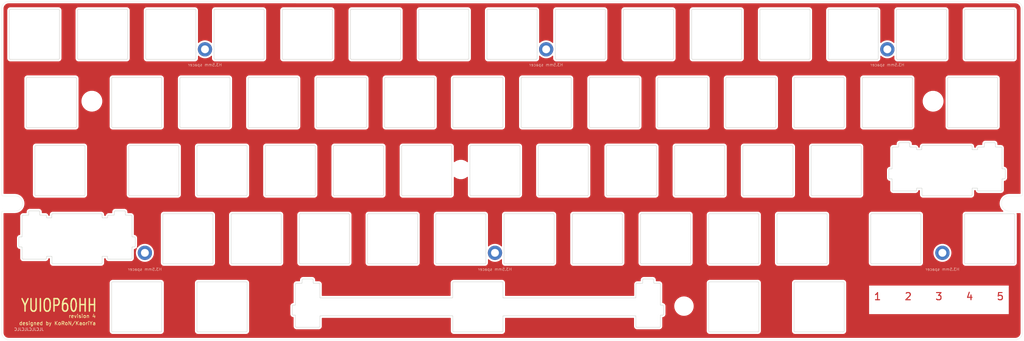
<source format=kicad_pcb>
(kicad_pcb (version 20171130) (host pcbnew "(5.1.9)-1")
  (title_block (title "YUIOP60HH/Top plate") (date 2021-07-04) (rev 4.1) (company KaoriYa))
  (layers (0 F.Cu signal) (31 B.Cu signal) (34 B.Paste user) (35 F.Paste user) (36 B.SilkS user) (37 F.SilkS user) (38 B.Mask user) (39 F.Mask user) (44 Edge.Cuts user))
  (net 0 "")
  (module yuiop:TopPlate_Stabilizer_2u (layer F.Cu) (at 91.0562 166.35984)
    (fp_text reference KSW43 hide)
    (fp_text value Shift)
    (fp_arc (start 6.7 6.7) (end 6.7 7) (angle -90) (layer Edge.Cuts) (width 0.12))
    (fp_arc (start -6.7 6.7) (end -7 6.7) (angle -90) (layer Edge.Cuts) (width 0.12))
    (fp_arc (start -7.1 5) (end -7 5) (angle -90) (layer Edge.Cuts) (width 0.12))
    (fp_arc (start -8.4 5) (end -8.4 4.9) (angle -90) (layer Edge.Cuts) (width 0.12))
    (fp_arc (start -8.8 5.4) (end -8.8 5.7) (angle -90) (layer Edge.Cuts) (width 0.12))
    (fp_arc (start -15.05 5.4) (end -15.35 5.4) (angle -90) (layer Edge.Cuts) (width 0.12))
    (fp_arc (start -15.95 2) (end -16.25 2) (angle -90) (layer Edge.Cuts) (width 0.12))
    (fp_arc (start -15.45 2.4) (end -15.35 2.4) (angle -90) (layer Edge.Cuts) (width 0.12))
    (fp_arc (start -15.95 -0.2) (end -15.95 -0.5) (angle -90) (layer Edge.Cuts) (width 0.12))
    (fp_arc (start -15.45 -0.6) (end -15.45 -0.5) (angle -90) (layer Edge.Cuts) (width 0.12))
    (fp_arc (start -15.05 -6.3) (end -15.05 -6.6) (angle -90) (layer Edge.Cuts) (width 0.12))
    (fp_arc (start -13.6 -6.7) (end -13.6 -6.6) (angle -90) (layer Edge.Cuts) (width 0.12))
    (fp_arc (start -13.2 -7.5) (end -13.2 -7.8) (angle -90) (layer Edge.Cuts) (width 0.12))
    (fp_arc (start -10.7 -7.5) (end -10.4 -7.5) (angle -90) (layer Edge.Cuts) (width 0.12))
    (fp_arc (start -10.3 -6.7) (end -10.4 -6.7) (angle -90) (layer Edge.Cuts) (width 0.12))
    (fp_arc (start -8.8 -6.3) (end -8.5 -6.3) (angle -90) (layer Edge.Cuts) (width 0.12))
    (fp_arc (start -8.4 -5.95) (end -8.5 -5.95) (angle -90) (layer Edge.Cuts) (width 0.12))
    (fp_arc (start -7.15 -5.95) (end -7.15 -5.85) (angle -90) (layer Edge.Cuts) (width 0.12))
    (fp_arc (start -6.75 -6.7) (end -6.75 -7) (angle -90) (layer Edge.Cuts) (width 0.12))
    (fp_arc (start 6.7 -6.7) (end 7 -6.7) (angle -90) (layer Edge.Cuts) (width 0.12))
    (fp_arc (start 8.85 -6.3) (end 8.85 -6.6) (angle -90) (layer Edge.Cuts) (width 0.12))
    (fp_arc (start 7.1 -5.95) (end 7 -5.95) (angle -90) (layer Edge.Cuts) (width 0.12))
    (fp_arc (start 8.45 -5.95) (end 8.45 -5.85) (angle -90) (layer Edge.Cuts) (width 0.12))
    (fp_arc (start 10.3 -6.7) (end 10.3 -6.6) (angle -90) (layer Edge.Cuts) (width 0.12))
    (fp_arc (start 10.7 -7.5) (end 10.7 -7.8) (angle -90) (layer Edge.Cuts) (width 0.12))
    (fp_arc (start 13.2 -7.5) (end 13.5 -7.5) (angle -90) (layer Edge.Cuts) (width 0.12))
    (fp_arc (start 13.6 -6.7) (end 13.5 -6.7) (angle -90) (layer Edge.Cuts) (width 0.12))
    (fp_arc (start 15.05 -6.3) (end 15.35 -6.3) (angle -90) (layer Edge.Cuts) (width 0.12))
    (fp_arc (start 15.45 -0.6) (end 15.35 -0.6) (angle -90) (layer Edge.Cuts) (width 0.12))
    (fp_arc (start 15.95 -0.2) (end 16.25 -0.2) (angle -90) (layer Edge.Cuts) (width 0.12))
    (fp_arc (start 15.95 2) (end 15.95 2.3) (angle -90) (layer Edge.Cuts) (width 0.12))
    (fp_arc (start 15.45 2.4) (end 15.45 2.3) (angle -90) (layer Edge.Cuts) (width 0.12))
    (fp_arc (start 15.05 5.4) (end 15.05 5.7) (angle -90) (layer Edge.Cuts) (width 0.12))
    (fp_arc (start 8.8 5.4) (end 8.5 5.4) (angle -90) (layer Edge.Cuts) (width 0.12))
    (fp_arc (start 8.4 5) (end 8.5 5) (angle -90) (layer Edge.Cuts) (width 0.12))
    (fp_arc (start 7.1 5) (end 7.1 4.9) (angle -90) (layer Edge.Cuts) (width 0.12))
    (fp_line (start 7 5) (end 7 6.7) (layer Edge.Cuts) (width 0.12))
    (fp_line (start 8.4 4.9) (end 7.1 4.9) (layer Edge.Cuts) (width 0.12))
    (fp_line (start 8.5 5.4) (end 8.5 5) (layer Edge.Cuts) (width 0.12))
    (fp_line (start 15.05 5.7) (end 8.8 5.7) (layer Edge.Cuts) (width 0.12))
    (fp_line (start 15.35 2.4) (end 15.35 5.4) (layer Edge.Cuts) (width 0.12))
    (fp_line (start 15.95 2.3) (end 15.45 2.3) (layer Edge.Cuts) (width 0.12))
    (fp_line (start 16.25 -0.2) (end 16.25 2) (layer Edge.Cuts) (width 0.12))
    (fp_line (start 15.45 -0.5) (end 15.95 -0.5) (layer Edge.Cuts) (width 0.12))
    (fp_line (start 15.35 -6.3) (end 15.35 -0.6) (layer Edge.Cuts) (width 0.12))
    (fp_line (start 13.6 -6.6) (end 15.05 -6.6) (layer Edge.Cuts) (width 0.12))
    (fp_line (start 13.5 -7.5) (end 13.5 -6.7) (layer Edge.Cuts) (width 0.12))
    (fp_line (start 10.7 -7.8) (end 13.2 -7.8) (layer Edge.Cuts) (width 0.12))
    (fp_line (start 10.4 -6.7) (end 10.4 -7.5) (layer Edge.Cuts) (width 0.12))
    (fp_line (start 8.85 -6.6) (end 10.3 -6.6) (layer Edge.Cuts) (width 0.12))
    (fp_line (start 6.7 7) (end -6.7 7) (layer Edge.Cuts) (width 0.12))
    (fp_line (start -7 6.7) (end -7 5) (layer Edge.Cuts) (width 0.12))
    (fp_line (start -7.1 4.9) (end -8.4 4.9) (layer Edge.Cuts) (width 0.12))
    (fp_line (start -8.5 5) (end -8.5 5.4) (layer Edge.Cuts) (width 0.12))
    (fp_line (start -8.8 5.7) (end -15.05 5.7) (layer Edge.Cuts) (width 0.12))
    (fp_line (start -15.35 5.4) (end -15.35 2.4) (layer Edge.Cuts) (width 0.12))
    (fp_line (start -15.45 2.3) (end -15.95 2.3) (layer Edge.Cuts) (width 0.12))
    (fp_line (start -16.25 2) (end -16.25 -0.2) (layer Edge.Cuts) (width 0.12))
    (fp_line (start -15.95 -0.5) (end -15.45 -0.5) (layer Edge.Cuts) (width 0.12))
    (fp_line (start -15.35 -0.6) (end -15.35 -6.3) (layer Edge.Cuts) (width 0.12))
    (fp_line (start -15.05 -6.6) (end -13.6 -6.6) (layer Edge.Cuts) (width 0.12))
    (fp_line (start -13.5 -6.7) (end -13.5 -7.5) (layer Edge.Cuts) (width 0.12))
    (fp_line (start -13.2 -7.8) (end -10.7 -7.8) (layer Edge.Cuts) (width 0.12))
    (fp_line (start -10.4 -7.5) (end -10.4 -6.7) (layer Edge.Cuts) (width 0.12))
    (fp_line (start -10.3 -6.6) (end -8.8 -6.6) (layer Edge.Cuts) (width 0.12))
    (fp_line (start -8.5 -6.3) (end -8.5 -5.95) (layer Edge.Cuts) (width 0.12))
    (fp_line (start -8.4 -5.85) (end -7.15 -5.85) (layer Edge.Cuts) (width 0.12))
    (fp_line (start -7.05 -5.95) (end -7.05 -6.7) (layer Edge.Cuts) (width 0.12))
    (fp_line (start -6.75 -7) (end 6.7 -7) (layer Edge.Cuts) (width 0.12))
    (fp_line (start 7 -6.7) (end 7 -5.95) (layer Edge.Cuts) (width 0.12))
    (fp_line (start 7.1 -5.85) (end 8.45 -5.85) (layer Edge.Cuts) (width 0.12))
    (fp_line (start 8.55 -5.95) (end 8.55 -6.3) (layer Edge.Cuts) (width 0.12))
  )
  (module yuiop:TopPlate_Stabilizer_2u (layer F.Cu) (at 333.944 147.30984)
    (fp_text reference KSW42 hide)
    (fp_text value Return)
    (fp_arc (start 6.7 6.7) (end 6.7 7) (angle -90) (layer Edge.Cuts) (width 0.12))
    (fp_arc (start -6.7 6.7) (end -7 6.7) (angle -90) (layer Edge.Cuts) (width 0.12))
    (fp_arc (start -7.1 5) (end -7 5) (angle -90) (layer Edge.Cuts) (width 0.12))
    (fp_arc (start -8.4 5) (end -8.4 4.9) (angle -90) (layer Edge.Cuts) (width 0.12))
    (fp_arc (start -8.8 5.4) (end -8.8 5.7) (angle -90) (layer Edge.Cuts) (width 0.12))
    (fp_arc (start -15.05 5.4) (end -15.35 5.4) (angle -90) (layer Edge.Cuts) (width 0.12))
    (fp_arc (start -15.95 2) (end -16.25 2) (angle -90) (layer Edge.Cuts) (width 0.12))
    (fp_arc (start -15.45 2.4) (end -15.35 2.4) (angle -90) (layer Edge.Cuts) (width 0.12))
    (fp_arc (start -15.95 -0.2) (end -15.95 -0.5) (angle -90) (layer Edge.Cuts) (width 0.12))
    (fp_arc (start -15.45 -0.6) (end -15.45 -0.5) (angle -90) (layer Edge.Cuts) (width 0.12))
    (fp_arc (start -15.05 -6.3) (end -15.05 -6.6) (angle -90) (layer Edge.Cuts) (width 0.12))
    (fp_arc (start -13.6 -6.7) (end -13.6 -6.6) (angle -90) (layer Edge.Cuts) (width 0.12))
    (fp_arc (start -13.2 -7.5) (end -13.2 -7.8) (angle -90) (layer Edge.Cuts) (width 0.12))
    (fp_arc (start -10.7 -7.5) (end -10.4 -7.5) (angle -90) (layer Edge.Cuts) (width 0.12))
    (fp_arc (start -10.3 -6.7) (end -10.4 -6.7) (angle -90) (layer Edge.Cuts) (width 0.12))
    (fp_arc (start -8.8 -6.3) (end -8.5 -6.3) (angle -90) (layer Edge.Cuts) (width 0.12))
    (fp_arc (start -8.4 -5.95) (end -8.5 -5.95) (angle -90) (layer Edge.Cuts) (width 0.12))
    (fp_arc (start -7.15 -5.95) (end -7.15 -5.85) (angle -90) (layer Edge.Cuts) (width 0.12))
    (fp_arc (start -6.75 -6.7) (end -6.75 -7) (angle -90) (layer Edge.Cuts) (width 0.12))
    (fp_arc (start 6.7 -6.7) (end 7 -6.7) (angle -90) (layer Edge.Cuts) (width 0.12))
    (fp_arc (start 8.85 -6.3) (end 8.85 -6.6) (angle -90) (layer Edge.Cuts) (width 0.12))
    (fp_arc (start 7.1 -5.95) (end 7 -5.95) (angle -90) (layer Edge.Cuts) (width 0.12))
    (fp_arc (start 8.45 -5.95) (end 8.45 -5.85) (angle -90) (layer Edge.Cuts) (width 0.12))
    (fp_arc (start 10.3 -6.7) (end 10.3 -6.6) (angle -90) (layer Edge.Cuts) (width 0.12))
    (fp_arc (start 10.7 -7.5) (end 10.7 -7.8) (angle -90) (layer Edge.Cuts) (width 0.12))
    (fp_arc (start 13.2 -7.5) (end 13.5 -7.5) (angle -90) (layer Edge.Cuts) (width 0.12))
    (fp_arc (start 13.6 -6.7) (end 13.5 -6.7) (angle -90) (layer Edge.Cuts) (width 0.12))
    (fp_arc (start 15.05 -6.3) (end 15.35 -6.3) (angle -90) (layer Edge.Cuts) (width 0.12))
    (fp_arc (start 15.45 -0.6) (end 15.35 -0.6) (angle -90) (layer Edge.Cuts) (width 0.12))
    (fp_arc (start 15.95 -0.2) (end 16.25 -0.2) (angle -90) (layer Edge.Cuts) (width 0.12))
    (fp_arc (start 15.95 2) (end 15.95 2.3) (angle -90) (layer Edge.Cuts) (width 0.12))
    (fp_arc (start 15.45 2.4) (end 15.45 2.3) (angle -90) (layer Edge.Cuts) (width 0.12))
    (fp_arc (start 15.05 5.4) (end 15.05 5.7) (angle -90) (layer Edge.Cuts) (width 0.12))
    (fp_arc (start 8.8 5.4) (end 8.5 5.4) (angle -90) (layer Edge.Cuts) (width 0.12))
    (fp_arc (start 8.4 5) (end 8.5 5) (angle -90) (layer Edge.Cuts) (width 0.12))
    (fp_arc (start 7.1 5) (end 7.1 4.9) (angle -90) (layer Edge.Cuts) (width 0.12))
    (fp_line (start 7 5) (end 7 6.7) (layer Edge.Cuts) (width 0.12))
    (fp_line (start 8.4 4.9) (end 7.1 4.9) (layer Edge.Cuts) (width 0.12))
    (fp_line (start 8.5 5.4) (end 8.5 5) (layer Edge.Cuts) (width 0.12))
    (fp_line (start 15.05 5.7) (end 8.8 5.7) (layer Edge.Cuts) (width 0.12))
    (fp_line (start 15.35 2.4) (end 15.35 5.4) (layer Edge.Cuts) (width 0.12))
    (fp_line (start 15.95 2.3) (end 15.45 2.3) (layer Edge.Cuts) (width 0.12))
    (fp_line (start 16.25 -0.2) (end 16.25 2) (layer Edge.Cuts) (width 0.12))
    (fp_line (start 15.45 -0.5) (end 15.95 -0.5) (layer Edge.Cuts) (width 0.12))
    (fp_line (start 15.35 -6.3) (end 15.35 -0.6) (layer Edge.Cuts) (width 0.12))
    (fp_line (start 13.6 -6.6) (end 15.05 -6.6) (layer Edge.Cuts) (width 0.12))
    (fp_line (start 13.5 -7.5) (end 13.5 -6.7) (layer Edge.Cuts) (width 0.12))
    (fp_line (start 10.7 -7.8) (end 13.2 -7.8) (layer Edge.Cuts) (width 0.12))
    (fp_line (start 10.4 -6.7) (end 10.4 -7.5) (layer Edge.Cuts) (width 0.12))
    (fp_line (start 8.85 -6.6) (end 10.3 -6.6) (layer Edge.Cuts) (width 0.12))
    (fp_line (start 6.7 7) (end -6.7 7) (layer Edge.Cuts) (width 0.12))
    (fp_line (start -7 6.7) (end -7 5) (layer Edge.Cuts) (width 0.12))
    (fp_line (start -7.1 4.9) (end -8.4 4.9) (layer Edge.Cuts) (width 0.12))
    (fp_line (start -8.5 5) (end -8.5 5.4) (layer Edge.Cuts) (width 0.12))
    (fp_line (start -8.8 5.7) (end -15.05 5.7) (layer Edge.Cuts) (width 0.12))
    (fp_line (start -15.35 5.4) (end -15.35 2.4) (layer Edge.Cuts) (width 0.12))
    (fp_line (start -15.45 2.3) (end -15.95 2.3) (layer Edge.Cuts) (width 0.12))
    (fp_line (start -16.25 2) (end -16.25 -0.2) (layer Edge.Cuts) (width 0.12))
    (fp_line (start -15.95 -0.5) (end -15.45 -0.5) (layer Edge.Cuts) (width 0.12))
    (fp_line (start -15.35 -0.6) (end -15.35 -6.3) (layer Edge.Cuts) (width 0.12))
    (fp_line (start -15.05 -6.6) (end -13.6 -6.6) (layer Edge.Cuts) (width 0.12))
    (fp_line (start -13.5 -6.7) (end -13.5 -7.5) (layer Edge.Cuts) (width 0.12))
    (fp_line (start -13.2 -7.8) (end -10.7 -7.8) (layer Edge.Cuts) (width 0.12))
    (fp_line (start -10.4 -7.5) (end -10.4 -6.7) (layer Edge.Cuts) (width 0.12))
    (fp_line (start -10.3 -6.6) (end -8.8 -6.6) (layer Edge.Cuts) (width 0.12))
    (fp_line (start -8.5 -6.3) (end -8.5 -5.95) (layer Edge.Cuts) (width 0.12))
    (fp_line (start -8.4 -5.85) (end -7.15 -5.85) (layer Edge.Cuts) (width 0.12))
    (fp_line (start -7.05 -5.95) (end -7.05 -6.7) (layer Edge.Cuts) (width 0.12))
    (fp_line (start -6.75 -7) (end 6.7 -7) (layer Edge.Cuts) (width 0.12))
    (fp_line (start 7 -6.7) (end 7 -5.95) (layer Edge.Cuts) (width 0.12))
    (fp_line (start 7.1 -5.85) (end 8.45 -5.85) (layer Edge.Cuts) (width 0.12))
    (fp_line (start 8.55 -5.95) (end 8.55 -6.3) (layer Edge.Cuts) (width 0.12))
  )
  (module yuiop:TopPlate_Stabilizer_6u (layer F.Cu) (at 202.975 185.40984)
    (fp_text reference KSW58 hide)
    (fp_text value Space)
    (fp_arc (start 7.1 2.6) (end 7.1 2.5) (angle -90) (layer Edge.Cuts) (width 0.12))
    (fp_arc (start 44 2.6) (end 44.1 2.6) (angle -90) (layer Edge.Cuts) (width 0.12))
    (fp_arc (start 44.4 5.4) (end 44.1 5.4) (angle -90) (layer Edge.Cuts) (width 0.12))
    (fp_arc (start 50.65 5.4) (end 50.65 5.7) (angle -90) (layer Edge.Cuts) (width 0.12))
    (fp_arc (start 51.05 2.4) (end 51.05 2.3) (angle -90) (layer Edge.Cuts) (width 0.12))
    (fp_arc (start 51.55 2) (end 51.55 2.3) (angle -90) (layer Edge.Cuts) (width 0.12))
    (fp_arc (start 51.55 -0.2) (end 51.85 -0.2) (angle -90) (layer Edge.Cuts) (width 0.12))
    (fp_arc (start 51.05 -0.6) (end 50.95 -0.6) (angle -90) (layer Edge.Cuts) (width 0.12))
    (fp_arc (start 50.65 -6.3) (end 50.95 -6.3) (angle -90) (layer Edge.Cuts) (width 0.12))
    (fp_arc (start 49.2 -6.7) (end 49.1 -6.7) (angle -90) (layer Edge.Cuts) (width 0.12))
    (fp_arc (start 48.8 -7.5) (end 49.1 -7.5) (angle -90) (layer Edge.Cuts) (width 0.12))
    (fp_arc (start 46.3 -7.5) (end 46.3 -7.8) (angle -90) (layer Edge.Cuts) (width 0.12))
    (fp_arc (start 45.9 -6.7) (end 45.9 -6.6) (angle -90) (layer Edge.Cuts) (width 0.12))
    (fp_arc (start 44 -2.6) (end 44 -2.5) (angle -90) (layer Edge.Cuts) (width 0.12))
    (fp_arc (start 7.1 -2.6) (end 7 -2.6) (angle -90) (layer Edge.Cuts) (width 0.12))
    (fp_arc (start 44.4 -6.3) (end 44.4 -6.6) (angle -90) (layer Edge.Cuts) (width 0.12))
    (fp_arc (start 6.7 -6.7) (end 7 -6.7) (angle -90) (layer Edge.Cuts) (width 0.12))
    (fp_arc (start -6.75 -6.7) (end -6.75 -7) (angle -90) (layer Edge.Cuts) (width 0.12))
    (fp_arc (start -7.15 -2.6) (end -7.15 -2.5) (angle -90) (layer Edge.Cuts) (width 0.12))
    (fp_arc (start -44 -2.6) (end -44.1 -2.6) (angle -90) (layer Edge.Cuts) (width 0.12))
    (fp_arc (start -44.4 -6.3) (end -44.1 -6.3) (angle -90) (layer Edge.Cuts) (width 0.12))
    (fp_arc (start -45.9 -6.7) (end -46 -6.7) (angle -90) (layer Edge.Cuts) (width 0.12))
    (fp_arc (start -46.3 -7.5) (end -46 -7.5) (angle -90) (layer Edge.Cuts) (width 0.12))
    (fp_arc (start -48.8 -7.5) (end -48.8 -7.8) (angle -90) (layer Edge.Cuts) (width 0.12))
    (fp_arc (start -49.2 -6.7) (end -49.2 -6.6) (angle -90) (layer Edge.Cuts) (width 0.12))
    (fp_arc (start -50.65 -6.3) (end -50.65 -6.6) (angle -90) (layer Edge.Cuts) (width 0.12))
    (fp_arc (start -51.05 -0.6) (end -51.05 -0.5) (angle -90) (layer Edge.Cuts) (width 0.12))
    (fp_arc (start -51.55 -0.2) (end -51.55 -0.5) (angle -90) (layer Edge.Cuts) (width 0.12))
    (fp_arc (start -51.05 2.4) (end -50.95 2.4) (angle -90) (layer Edge.Cuts) (width 0.12))
    (fp_arc (start -51.55 2) (end -51.85 2) (angle -90) (layer Edge.Cuts) (width 0.12))
    (fp_arc (start -50.65 5.4) (end -50.95 5.4) (angle -90) (layer Edge.Cuts) (width 0.12))
    (fp_arc (start -44.4 5.4) (end -44.4 5.7) (angle -90) (layer Edge.Cuts) (width 0.12))
    (fp_arc (start -44 2.6) (end -44 2.5) (angle -90) (layer Edge.Cuts) (width 0.12))
    (fp_arc (start -7.1 2.6) (end -7 2.6) (angle -90) (layer Edge.Cuts) (width 0.12))
    (fp_arc (start -6.7 6.7) (end -7 6.7) (angle -90) (layer Edge.Cuts) (width 0.12))
    (fp_arc (start 6.7 6.7) (end 6.7 7) (angle -90) (layer Edge.Cuts) (width 0.12))
    (fp_line (start 44.1 -2.6) (end 44.1 -6.3) (layer Edge.Cuts) (width 0.12))
    (fp_line (start 7 -6.7) (end 7 -2.6) (layer Edge.Cuts) (width 0.12))
    (fp_line (start -6.75 -7) (end 6.7 -7) (layer Edge.Cuts) (width 0.12))
    (fp_line (start -7.05 -2.6) (end -7.05 -6.7) (layer Edge.Cuts) (width 0.12))
    (fp_line (start -44.1 -6.3) (end -44.1 -2.6) (layer Edge.Cuts) (width 0.12))
    (fp_line (start -45.9 -6.6) (end -44.4 -6.6) (layer Edge.Cuts) (width 0.12))
    (fp_line (start -46 -7.5) (end -46 -6.7) (layer Edge.Cuts) (width 0.12))
    (fp_line (start -48.8 -7.8) (end -46.3 -7.8) (layer Edge.Cuts) (width 0.12))
    (fp_line (start -49.1 -6.7) (end -49.1 -7.5) (layer Edge.Cuts) (width 0.12))
    (fp_line (start -50.65 -6.6) (end -49.2 -6.6) (layer Edge.Cuts) (width 0.12))
    (fp_line (start -50.95 -0.6) (end -50.95 -6.3) (layer Edge.Cuts) (width 0.12))
    (fp_line (start -51.55 -0.5) (end -51.05 -0.5) (layer Edge.Cuts) (width 0.12))
    (fp_line (start -51.85 2) (end -51.85 -0.2) (layer Edge.Cuts) (width 0.12))
    (fp_line (start -51.05 2.3) (end -51.55 2.3) (layer Edge.Cuts) (width 0.12))
    (fp_line (start -50.95 5.4) (end -50.95 2.4) (layer Edge.Cuts) (width 0.12))
    (fp_line (start -44.4 5.7) (end -50.65 5.7) (layer Edge.Cuts) (width 0.12))
    (fp_line (start -44.1 2.6) (end -44.1 5.4) (layer Edge.Cuts) (width 0.12))
    (fp_line (start -7 6.7) (end -7 2.6) (layer Edge.Cuts) (width 0.12))
    (fp_line (start 6.7 7) (end -6.7 7) (layer Edge.Cuts) (width 0.12))
    (fp_line (start 44.4 -6.6) (end 45.9 -6.6) (layer Edge.Cuts) (width 0.12))
    (fp_line (start 46 -6.7) (end 46 -7.5) (layer Edge.Cuts) (width 0.12))
    (fp_line (start 46.3 -7.8) (end 48.8 -7.8) (layer Edge.Cuts) (width 0.12))
    (fp_line (start 49.1 -7.5) (end 49.1 -6.7) (layer Edge.Cuts) (width 0.12))
    (fp_line (start 49.2 -6.6) (end 50.65 -6.6) (layer Edge.Cuts) (width 0.12))
    (fp_line (start 50.95 -6.3) (end 50.95 -0.6) (layer Edge.Cuts) (width 0.12))
    (fp_line (start 51.05 -0.5) (end 51.55 -0.5) (layer Edge.Cuts) (width 0.12))
    (fp_line (start 51.85 -0.2) (end 51.85 2) (layer Edge.Cuts) (width 0.12))
    (fp_line (start 51.55 2.3) (end 51.05 2.3) (layer Edge.Cuts) (width 0.12))
    (fp_line (start 50.95 2.4) (end 50.95 5.4) (layer Edge.Cuts) (width 0.12))
    (fp_line (start 50.65 5.7) (end 44.4 5.7) (layer Edge.Cuts) (width 0.12))
    (fp_line (start 44.1 5.4) (end 44.1 2.6) (layer Edge.Cuts) (width 0.12))
    (fp_line (start 7 2.6) (end 7 6.7) (layer Edge.Cuts) (width 0.12))
    (fp_line (start 44 2.5) (end 7.1 2.5) (layer Edge.Cuts) (width 0.12))
    (fp_line (start 7.1 -2.5) (end 44 -2.5) (layer Edge.Cuts) (width 0.12))
    (fp_line (start -7.1 2.5) (end -44 2.5) (layer Edge.Cuts) (width 0.12))
    (fp_line (start -44 -2.5) (end -7.15 -2.5) (layer Edge.Cuts) (width 0.12))
  )
  (module yuiop:TopPlate_Switch_1u (layer F.Cu) (at 79.15 109.20984)
    (fp_text reference KSW1 hide)
    (fp_text value ESC hide)
    (fp_line (start -7 -6.7) (end -7 6.7) (layer Edge.Cuts) (width 0.12))
    (fp_line (start -6.7 7) (end 6.7 7) (layer Edge.Cuts) (width 0.12))
    (fp_line (start 7 6.7) (end 7 -6.7) (layer Edge.Cuts) (width 0.12))
    (fp_line (start 6.7 -7) (end -6.7 -7) (layer Edge.Cuts) (width 0.12))
    (fp_arc (start 6.7 6.7) (end 6.7 7) (angle -90) (layer Edge.Cuts) (width 0.12))
    (fp_arc (start -6.7 6.7) (end -7 6.7) (angle -90) (layer Edge.Cuts) (width 0.12))
    (fp_arc (start -6.7 -6.7) (end -6.7 -7) (angle -90) (layer Edge.Cuts) (width 0.12))
    (fp_arc (start 6.7 -6.7) (end 7 -6.7) (angle -90) (layer Edge.Cuts) (width 0.12))
  )
  (module yuiop:TopPlate_Switch_1u (layer F.Cu) (at 98.2 109.20984)
    (fp_text reference KSW2 hide)
    (fp_text value 1 hide)
    (fp_line (start -7 -6.7) (end -7 6.7) (layer Edge.Cuts) (width 0.12))
    (fp_line (start -6.7 7) (end 6.7 7) (layer Edge.Cuts) (width 0.12))
    (fp_line (start 7 6.7) (end 7 -6.7) (layer Edge.Cuts) (width 0.12))
    (fp_line (start 6.7 -7) (end -6.7 -7) (layer Edge.Cuts) (width 0.12))
    (fp_arc (start 6.7 6.7) (end 6.7 7) (angle -90) (layer Edge.Cuts) (width 0.12))
    (fp_arc (start -6.7 6.7) (end -7 6.7) (angle -90) (layer Edge.Cuts) (width 0.12))
    (fp_arc (start -6.7 -6.7) (end -6.7 -7) (angle -90) (layer Edge.Cuts) (width 0.12))
    (fp_arc (start 6.7 -6.7) (end 7 -6.7) (angle -90) (layer Edge.Cuts) (width 0.12))
  )
  (module yuiop:TopPlate_Switch_1u (layer F.Cu) (at 117.25 109.20984)
    (fp_text reference KSW3 hide)
    (fp_text value 2 hide)
    (fp_line (start -7 -6.7) (end -7 6.7) (layer Edge.Cuts) (width 0.12))
    (fp_line (start -6.7 7) (end 6.7 7) (layer Edge.Cuts) (width 0.12))
    (fp_line (start 7 6.7) (end 7 -6.7) (layer Edge.Cuts) (width 0.12))
    (fp_line (start 6.7 -7) (end -6.7 -7) (layer Edge.Cuts) (width 0.12))
    (fp_arc (start 6.7 6.7) (end 6.7 7) (angle -90) (layer Edge.Cuts) (width 0.12))
    (fp_arc (start -6.7 6.7) (end -7 6.7) (angle -90) (layer Edge.Cuts) (width 0.12))
    (fp_arc (start -6.7 -6.7) (end -6.7 -7) (angle -90) (layer Edge.Cuts) (width 0.12))
    (fp_arc (start 6.7 -6.7) (end 7 -6.7) (angle -90) (layer Edge.Cuts) (width 0.12))
  )
  (module yuiop:TopPlate_Switch_1u (layer F.Cu) (at 136.3 109.20984)
    (fp_text reference KSW4 hide)
    (fp_text value 3 hide)
    (fp_line (start -7 -6.7) (end -7 6.7) (layer Edge.Cuts) (width 0.12))
    (fp_line (start -6.7 7) (end 6.7 7) (layer Edge.Cuts) (width 0.12))
    (fp_line (start 7 6.7) (end 7 -6.7) (layer Edge.Cuts) (width 0.12))
    (fp_line (start 6.7 -7) (end -6.7 -7) (layer Edge.Cuts) (width 0.12))
    (fp_arc (start 6.7 6.7) (end 6.7 7) (angle -90) (layer Edge.Cuts) (width 0.12))
    (fp_arc (start -6.7 6.7) (end -7 6.7) (angle -90) (layer Edge.Cuts) (width 0.12))
    (fp_arc (start -6.7 -6.7) (end -6.7 -7) (angle -90) (layer Edge.Cuts) (width 0.12))
    (fp_arc (start 6.7 -6.7) (end 7 -6.7) (angle -90) (layer Edge.Cuts) (width 0.12))
  )
  (module yuiop:TopPlate_Switch_1u (layer F.Cu) (at 155.35 109.20984)
    (fp_text reference KSW5 hide)
    (fp_text value 4 hide)
    (fp_line (start -7 -6.7) (end -7 6.7) (layer Edge.Cuts) (width 0.12))
    (fp_line (start -6.7 7) (end 6.7 7) (layer Edge.Cuts) (width 0.12))
    (fp_line (start 7 6.7) (end 7 -6.7) (layer Edge.Cuts) (width 0.12))
    (fp_line (start 6.7 -7) (end -6.7 -7) (layer Edge.Cuts) (width 0.12))
    (fp_arc (start 6.7 6.7) (end 6.7 7) (angle -90) (layer Edge.Cuts) (width 0.12))
    (fp_arc (start -6.7 6.7) (end -7 6.7) (angle -90) (layer Edge.Cuts) (width 0.12))
    (fp_arc (start -6.7 -6.7) (end -6.7 -7) (angle -90) (layer Edge.Cuts) (width 0.12))
    (fp_arc (start 6.7 -6.7) (end 7 -6.7) (angle -90) (layer Edge.Cuts) (width 0.12))
  )
  (module yuiop:TopPlate_Switch_1u (layer F.Cu) (at 174.4 109.20984)
    (fp_text reference KSW6 hide)
    (fp_text value 5 hide)
    (fp_line (start -7 -6.7) (end -7 6.7) (layer Edge.Cuts) (width 0.12))
    (fp_line (start -6.7 7) (end 6.7 7) (layer Edge.Cuts) (width 0.12))
    (fp_line (start 7 6.7) (end 7 -6.7) (layer Edge.Cuts) (width 0.12))
    (fp_line (start 6.7 -7) (end -6.7 -7) (layer Edge.Cuts) (width 0.12))
    (fp_arc (start 6.7 6.7) (end 6.7 7) (angle -90) (layer Edge.Cuts) (width 0.12))
    (fp_arc (start -6.7 6.7) (end -7 6.7) (angle -90) (layer Edge.Cuts) (width 0.12))
    (fp_arc (start -6.7 -6.7) (end -6.7 -7) (angle -90) (layer Edge.Cuts) (width 0.12))
    (fp_arc (start 6.7 -6.7) (end 7 -6.7) (angle -90) (layer Edge.Cuts) (width 0.12))
  )
  (module yuiop:TopPlate_Switch_1u (layer F.Cu) (at 193.45 109.20984)
    (fp_text reference KSW7 hide)
    (fp_text value 6 hide)
    (fp_line (start -7 -6.7) (end -7 6.7) (layer Edge.Cuts) (width 0.12))
    (fp_line (start -6.7 7) (end 6.7 7) (layer Edge.Cuts) (width 0.12))
    (fp_line (start 7 6.7) (end 7 -6.7) (layer Edge.Cuts) (width 0.12))
    (fp_line (start 6.7 -7) (end -6.7 -7) (layer Edge.Cuts) (width 0.12))
    (fp_arc (start 6.7 6.7) (end 6.7 7) (angle -90) (layer Edge.Cuts) (width 0.12))
    (fp_arc (start -6.7 6.7) (end -7 6.7) (angle -90) (layer Edge.Cuts) (width 0.12))
    (fp_arc (start -6.7 -6.7) (end -6.7 -7) (angle -90) (layer Edge.Cuts) (width 0.12))
    (fp_arc (start 6.7 -6.7) (end 7 -6.7) (angle -90) (layer Edge.Cuts) (width 0.12))
  )
  (module yuiop:TopPlate_Switch_1u (layer F.Cu) (at 212.5 109.20984)
    (fp_text reference KSW8 hide)
    (fp_text value 7 hide)
    (fp_line (start -7 -6.7) (end -7 6.7) (layer Edge.Cuts) (width 0.12))
    (fp_line (start -6.7 7) (end 6.7 7) (layer Edge.Cuts) (width 0.12))
    (fp_line (start 7 6.7) (end 7 -6.7) (layer Edge.Cuts) (width 0.12))
    (fp_line (start 6.7 -7) (end -6.7 -7) (layer Edge.Cuts) (width 0.12))
    (fp_arc (start 6.7 6.7) (end 6.7 7) (angle -90) (layer Edge.Cuts) (width 0.12))
    (fp_arc (start -6.7 6.7) (end -7 6.7) (angle -90) (layer Edge.Cuts) (width 0.12))
    (fp_arc (start -6.7 -6.7) (end -6.7 -7) (angle -90) (layer Edge.Cuts) (width 0.12))
    (fp_arc (start 6.7 -6.7) (end 7 -6.7) (angle -90) (layer Edge.Cuts) (width 0.12))
  )
  (module yuiop:TopPlate_Switch_1u (layer F.Cu) (at 231.55 109.20984)
    (fp_text reference KSW9 hide)
    (fp_text value 8 hide)
    (fp_line (start -7 -6.7) (end -7 6.7) (layer Edge.Cuts) (width 0.12))
    (fp_line (start -6.7 7) (end 6.7 7) (layer Edge.Cuts) (width 0.12))
    (fp_line (start 7 6.7) (end 7 -6.7) (layer Edge.Cuts) (width 0.12))
    (fp_line (start 6.7 -7) (end -6.7 -7) (layer Edge.Cuts) (width 0.12))
    (fp_arc (start 6.7 6.7) (end 6.7 7) (angle -90) (layer Edge.Cuts) (width 0.12))
    (fp_arc (start -6.7 6.7) (end -7 6.7) (angle -90) (layer Edge.Cuts) (width 0.12))
    (fp_arc (start -6.7 -6.7) (end -6.7 -7) (angle -90) (layer Edge.Cuts) (width 0.12))
    (fp_arc (start 6.7 -6.7) (end 7 -6.7) (angle -90) (layer Edge.Cuts) (width 0.12))
  )
  (module yuiop:TopPlate_Switch_1u (layer F.Cu) (at 250.6 109.20984)
    (fp_text reference KSW10 hide)
    (fp_text value 9 hide)
    (fp_line (start -7 -6.7) (end -7 6.7) (layer Edge.Cuts) (width 0.12))
    (fp_line (start -6.7 7) (end 6.7 7) (layer Edge.Cuts) (width 0.12))
    (fp_line (start 7 6.7) (end 7 -6.7) (layer Edge.Cuts) (width 0.12))
    (fp_line (start 6.7 -7) (end -6.7 -7) (layer Edge.Cuts) (width 0.12))
    (fp_arc (start 6.7 6.7) (end 6.7 7) (angle -90) (layer Edge.Cuts) (width 0.12))
    (fp_arc (start -6.7 6.7) (end -7 6.7) (angle -90) (layer Edge.Cuts) (width 0.12))
    (fp_arc (start -6.7 -6.7) (end -6.7 -7) (angle -90) (layer Edge.Cuts) (width 0.12))
    (fp_arc (start 6.7 -6.7) (end 7 -6.7) (angle -90) (layer Edge.Cuts) (width 0.12))
  )
  (module yuiop:TopPlate_Switch_1u (layer F.Cu) (at 269.65 109.20984)
    (fp_text reference KSW11 hide)
    (fp_text value 0 hide)
    (fp_line (start -7 -6.7) (end -7 6.7) (layer Edge.Cuts) (width 0.12))
    (fp_line (start -6.7 7) (end 6.7 7) (layer Edge.Cuts) (width 0.12))
    (fp_line (start 7 6.7) (end 7 -6.7) (layer Edge.Cuts) (width 0.12))
    (fp_line (start 6.7 -7) (end -6.7 -7) (layer Edge.Cuts) (width 0.12))
    (fp_arc (start 6.7 6.7) (end 6.7 7) (angle -90) (layer Edge.Cuts) (width 0.12))
    (fp_arc (start -6.7 6.7) (end -7 6.7) (angle -90) (layer Edge.Cuts) (width 0.12))
    (fp_arc (start -6.7 -6.7) (end -6.7 -7) (angle -90) (layer Edge.Cuts) (width 0.12))
    (fp_arc (start 6.7 -6.7) (end 7 -6.7) (angle -90) (layer Edge.Cuts) (width 0.12))
  )
  (module yuiop:TopPlate_Switch_1u (layer F.Cu) (at 288.7 109.20984)
    (fp_text reference KSW12 hide)
    (fp_text value "- _" hide)
    (fp_line (start -7 -6.7) (end -7 6.7) (layer Edge.Cuts) (width 0.12))
    (fp_line (start -6.7 7) (end 6.7 7) (layer Edge.Cuts) (width 0.12))
    (fp_line (start 7 6.7) (end 7 -6.7) (layer Edge.Cuts) (width 0.12))
    (fp_line (start 6.7 -7) (end -6.7 -7) (layer Edge.Cuts) (width 0.12))
    (fp_arc (start 6.7 6.7) (end 6.7 7) (angle -90) (layer Edge.Cuts) (width 0.12))
    (fp_arc (start -6.7 6.7) (end -7 6.7) (angle -90) (layer Edge.Cuts) (width 0.12))
    (fp_arc (start -6.7 -6.7) (end -6.7 -7) (angle -90) (layer Edge.Cuts) (width 0.12))
    (fp_arc (start 6.7 -6.7) (end 7 -6.7) (angle -90) (layer Edge.Cuts) (width 0.12))
  )
  (module yuiop:TopPlate_Switch_1u (layer F.Cu) (at 307.75 109.20984)
    (fp_text reference KSW13 hide)
    (fp_text value "= +" hide)
    (fp_line (start -7 -6.7) (end -7 6.7) (layer Edge.Cuts) (width 0.12))
    (fp_line (start -6.7 7) (end 6.7 7) (layer Edge.Cuts) (width 0.12))
    (fp_line (start 7 6.7) (end 7 -6.7) (layer Edge.Cuts) (width 0.12))
    (fp_line (start 6.7 -7) (end -6.7 -7) (layer Edge.Cuts) (width 0.12))
    (fp_arc (start 6.7 6.7) (end 6.7 7) (angle -90) (layer Edge.Cuts) (width 0.12))
    (fp_arc (start -6.7 6.7) (end -7 6.7) (angle -90) (layer Edge.Cuts) (width 0.12))
    (fp_arc (start -6.7 -6.7) (end -6.7 -7) (angle -90) (layer Edge.Cuts) (width 0.12))
    (fp_arc (start 6.7 -6.7) (end 7 -6.7) (angle -90) (layer Edge.Cuts) (width 0.12))
  )
  (module yuiop:TopPlate_Switch_1u (layer F.Cu) (at 345.85 109.20984)
    (fp_text reference KSW15 hide)
    (fp_text value "` ~~" hide)
    (fp_line (start -7 -6.7) (end -7 6.7) (layer Edge.Cuts) (width 0.12))
    (fp_line (start -6.7 7) (end 6.7 7) (layer Edge.Cuts) (width 0.12))
    (fp_line (start 7 6.7) (end 7 -6.7) (layer Edge.Cuts) (width 0.12))
    (fp_line (start 6.7 -7) (end -6.7 -7) (layer Edge.Cuts) (width 0.12))
    (fp_arc (start 6.7 6.7) (end 6.7 7) (angle -90) (layer Edge.Cuts) (width 0.12))
    (fp_arc (start -6.7 6.7) (end -7 6.7) (angle -90) (layer Edge.Cuts) (width 0.12))
    (fp_arc (start -6.7 -6.7) (end -6.7 -7) (angle -90) (layer Edge.Cuts) (width 0.12))
    (fp_arc (start 6.7 -6.7) (end 7 -6.7) (angle -90) (layer Edge.Cuts) (width 0.12))
  )
  (module yuiop:TopPlate_Switch_1u (layer F.Cu) (at 83.9125 128.25984)
    (fp_text reference KSW16 hide)
    (fp_text value Tab hide)
    (fp_line (start -7 -6.7) (end -7 6.7) (layer Edge.Cuts) (width 0.12))
    (fp_line (start -6.7 7) (end 6.7 7) (layer Edge.Cuts) (width 0.12))
    (fp_line (start 7 6.7) (end 7 -6.7) (layer Edge.Cuts) (width 0.12))
    (fp_line (start 6.7 -7) (end -6.7 -7) (layer Edge.Cuts) (width 0.12))
    (fp_arc (start 6.7 6.7) (end 6.7 7) (angle -90) (layer Edge.Cuts) (width 0.12))
    (fp_arc (start -6.7 6.7) (end -7 6.7) (angle -90) (layer Edge.Cuts) (width 0.12))
    (fp_arc (start -6.7 -6.7) (end -6.7 -7) (angle -90) (layer Edge.Cuts) (width 0.12))
    (fp_arc (start 6.7 -6.7) (end 7 -6.7) (angle -90) (layer Edge.Cuts) (width 0.12))
  )
  (module yuiop:TopPlate_Switch_1u (layer F.Cu) (at 107.725 128.25984)
    (fp_text reference KSW17 hide)
    (fp_text value Q hide)
    (fp_line (start -7 -6.7) (end -7 6.7) (layer Edge.Cuts) (width 0.12))
    (fp_line (start -6.7 7) (end 6.7 7) (layer Edge.Cuts) (width 0.12))
    (fp_line (start 7 6.7) (end 7 -6.7) (layer Edge.Cuts) (width 0.12))
    (fp_line (start 6.7 -7) (end -6.7 -7) (layer Edge.Cuts) (width 0.12))
    (fp_arc (start 6.7 6.7) (end 6.7 7) (angle -90) (layer Edge.Cuts) (width 0.12))
    (fp_arc (start -6.7 6.7) (end -7 6.7) (angle -90) (layer Edge.Cuts) (width 0.12))
    (fp_arc (start -6.7 -6.7) (end -6.7 -7) (angle -90) (layer Edge.Cuts) (width 0.12))
    (fp_arc (start 6.7 -6.7) (end 7 -6.7) (angle -90) (layer Edge.Cuts) (width 0.12))
  )
  (module yuiop:TopPlate_Switch_1u (layer F.Cu) (at 126.775 128.25984)
    (fp_text reference KSW18 hide)
    (fp_text value W hide)
    (fp_line (start -7 -6.7) (end -7 6.7) (layer Edge.Cuts) (width 0.12))
    (fp_line (start -6.7 7) (end 6.7 7) (layer Edge.Cuts) (width 0.12))
    (fp_line (start 7 6.7) (end 7 -6.7) (layer Edge.Cuts) (width 0.12))
    (fp_line (start 6.7 -7) (end -6.7 -7) (layer Edge.Cuts) (width 0.12))
    (fp_arc (start 6.7 6.7) (end 6.7 7) (angle -90) (layer Edge.Cuts) (width 0.12))
    (fp_arc (start -6.7 6.7) (end -7 6.7) (angle -90) (layer Edge.Cuts) (width 0.12))
    (fp_arc (start -6.7 -6.7) (end -6.7 -7) (angle -90) (layer Edge.Cuts) (width 0.12))
    (fp_arc (start 6.7 -6.7) (end 7 -6.7) (angle -90) (layer Edge.Cuts) (width 0.12))
  )
  (module yuiop:TopPlate_Switch_1u (layer F.Cu) (at 145.825 128.25984)
    (fp_text reference KSW19 hide)
    (fp_text value E hide)
    (fp_line (start -7 -6.7) (end -7 6.7) (layer Edge.Cuts) (width 0.12))
    (fp_line (start -6.7 7) (end 6.7 7) (layer Edge.Cuts) (width 0.12))
    (fp_line (start 7 6.7) (end 7 -6.7) (layer Edge.Cuts) (width 0.12))
    (fp_line (start 6.7 -7) (end -6.7 -7) (layer Edge.Cuts) (width 0.12))
    (fp_arc (start 6.7 6.7) (end 6.7 7) (angle -90) (layer Edge.Cuts) (width 0.12))
    (fp_arc (start -6.7 6.7) (end -7 6.7) (angle -90) (layer Edge.Cuts) (width 0.12))
    (fp_arc (start -6.7 -6.7) (end -6.7 -7) (angle -90) (layer Edge.Cuts) (width 0.12))
    (fp_arc (start 6.7 -6.7) (end 7 -6.7) (angle -90) (layer Edge.Cuts) (width 0.12))
  )
  (module yuiop:TopPlate_Switch_1u (layer F.Cu) (at 164.875 128.25984)
    (fp_text reference KSW20 hide)
    (fp_text value R hide)
    (fp_line (start -7 -6.7) (end -7 6.7) (layer Edge.Cuts) (width 0.12))
    (fp_line (start -6.7 7) (end 6.7 7) (layer Edge.Cuts) (width 0.12))
    (fp_line (start 7 6.7) (end 7 -6.7) (layer Edge.Cuts) (width 0.12))
    (fp_line (start 6.7 -7) (end -6.7 -7) (layer Edge.Cuts) (width 0.12))
    (fp_arc (start 6.7 6.7) (end 6.7 7) (angle -90) (layer Edge.Cuts) (width 0.12))
    (fp_arc (start -6.7 6.7) (end -7 6.7) (angle -90) (layer Edge.Cuts) (width 0.12))
    (fp_arc (start -6.7 -6.7) (end -6.7 -7) (angle -90) (layer Edge.Cuts) (width 0.12))
    (fp_arc (start 6.7 -6.7) (end 7 -6.7) (angle -90) (layer Edge.Cuts) (width 0.12))
  )
  (module yuiop:TopPlate_Switch_1u (layer F.Cu) (at 183.925 128.25984)
    (fp_text reference KSW21 hide)
    (fp_text value T hide)
    (fp_line (start -7 -6.7) (end -7 6.7) (layer Edge.Cuts) (width 0.12))
    (fp_line (start -6.7 7) (end 6.7 7) (layer Edge.Cuts) (width 0.12))
    (fp_line (start 7 6.7) (end 7 -6.7) (layer Edge.Cuts) (width 0.12))
    (fp_line (start 6.7 -7) (end -6.7 -7) (layer Edge.Cuts) (width 0.12))
    (fp_arc (start 6.7 6.7) (end 6.7 7) (angle -90) (layer Edge.Cuts) (width 0.12))
    (fp_arc (start -6.7 6.7) (end -7 6.7) (angle -90) (layer Edge.Cuts) (width 0.12))
    (fp_arc (start -6.7 -6.7) (end -6.7 -7) (angle -90) (layer Edge.Cuts) (width 0.12))
    (fp_arc (start 6.7 -6.7) (end 7 -6.7) (angle -90) (layer Edge.Cuts) (width 0.12))
  )
  (module yuiop:TopPlate_Switch_1u (layer F.Cu) (at 202.975 128.25984)
    (fp_text reference KSW22 hide)
    (fp_text value Y hide)
    (fp_line (start -7 -6.7) (end -7 6.7) (layer Edge.Cuts) (width 0.12))
    (fp_line (start -6.7 7) (end 6.7 7) (layer Edge.Cuts) (width 0.12))
    (fp_line (start 7 6.7) (end 7 -6.7) (layer Edge.Cuts) (width 0.12))
    (fp_line (start 6.7 -7) (end -6.7 -7) (layer Edge.Cuts) (width 0.12))
    (fp_arc (start 6.7 6.7) (end 6.7 7) (angle -90) (layer Edge.Cuts) (width 0.12))
    (fp_arc (start -6.7 6.7) (end -7 6.7) (angle -90) (layer Edge.Cuts) (width 0.12))
    (fp_arc (start -6.7 -6.7) (end -6.7 -7) (angle -90) (layer Edge.Cuts) (width 0.12))
    (fp_arc (start 6.7 -6.7) (end 7 -6.7) (angle -90) (layer Edge.Cuts) (width 0.12))
  )
  (module yuiop:TopPlate_Switch_1u (layer F.Cu) (at 222.025 128.25984)
    (fp_text reference KSW23 hide)
    (fp_text value U hide)
    (fp_line (start -7 -6.7) (end -7 6.7) (layer Edge.Cuts) (width 0.12))
    (fp_line (start -6.7 7) (end 6.7 7) (layer Edge.Cuts) (width 0.12))
    (fp_line (start 7 6.7) (end 7 -6.7) (layer Edge.Cuts) (width 0.12))
    (fp_line (start 6.7 -7) (end -6.7 -7) (layer Edge.Cuts) (width 0.12))
    (fp_arc (start 6.7 6.7) (end 6.7 7) (angle -90) (layer Edge.Cuts) (width 0.12))
    (fp_arc (start -6.7 6.7) (end -7 6.7) (angle -90) (layer Edge.Cuts) (width 0.12))
    (fp_arc (start -6.7 -6.7) (end -6.7 -7) (angle -90) (layer Edge.Cuts) (width 0.12))
    (fp_arc (start 6.7 -6.7) (end 7 -6.7) (angle -90) (layer Edge.Cuts) (width 0.12))
  )
  (module yuiop:TopPlate_Switch_1u (layer F.Cu) (at 241.075 128.25984)
    (fp_text reference KSW24 hide)
    (fp_text value I hide)
    (fp_line (start -7 -6.7) (end -7 6.7) (layer Edge.Cuts) (width 0.12))
    (fp_line (start -6.7 7) (end 6.7 7) (layer Edge.Cuts) (width 0.12))
    (fp_line (start 7 6.7) (end 7 -6.7) (layer Edge.Cuts) (width 0.12))
    (fp_line (start 6.7 -7) (end -6.7 -7) (layer Edge.Cuts) (width 0.12))
    (fp_arc (start 6.7 6.7) (end 6.7 7) (angle -90) (layer Edge.Cuts) (width 0.12))
    (fp_arc (start -6.7 6.7) (end -7 6.7) (angle -90) (layer Edge.Cuts) (width 0.12))
    (fp_arc (start -6.7 -6.7) (end -6.7 -7) (angle -90) (layer Edge.Cuts) (width 0.12))
    (fp_arc (start 6.7 -6.7) (end 7 -6.7) (angle -90) (layer Edge.Cuts) (width 0.12))
  )
  (module yuiop:TopPlate_Switch_1u (layer F.Cu) (at 260.125 128.25984)
    (fp_text reference KSW25 hide)
    (fp_text value O hide)
    (fp_line (start -7 -6.7) (end -7 6.7) (layer Edge.Cuts) (width 0.12))
    (fp_line (start -6.7 7) (end 6.7 7) (layer Edge.Cuts) (width 0.12))
    (fp_line (start 7 6.7) (end 7 -6.7) (layer Edge.Cuts) (width 0.12))
    (fp_line (start 6.7 -7) (end -6.7 -7) (layer Edge.Cuts) (width 0.12))
    (fp_arc (start 6.7 6.7) (end 6.7 7) (angle -90) (layer Edge.Cuts) (width 0.12))
    (fp_arc (start -6.7 6.7) (end -7 6.7) (angle -90) (layer Edge.Cuts) (width 0.12))
    (fp_arc (start -6.7 -6.7) (end -6.7 -7) (angle -90) (layer Edge.Cuts) (width 0.12))
    (fp_arc (start 6.7 -6.7) (end 7 -6.7) (angle -90) (layer Edge.Cuts) (width 0.12))
  )
  (module yuiop:TopPlate_Switch_1u (layer F.Cu) (at 279.175 128.25984)
    (fp_text reference KSW26 hide)
    (fp_text value P hide)
    (fp_line (start -7 -6.7) (end -7 6.7) (layer Edge.Cuts) (width 0.12))
    (fp_line (start -6.7 7) (end 6.7 7) (layer Edge.Cuts) (width 0.12))
    (fp_line (start 7 6.7) (end 7 -6.7) (layer Edge.Cuts) (width 0.12))
    (fp_line (start 6.7 -7) (end -6.7 -7) (layer Edge.Cuts) (width 0.12))
    (fp_arc (start 6.7 6.7) (end 6.7 7) (angle -90) (layer Edge.Cuts) (width 0.12))
    (fp_arc (start -6.7 6.7) (end -7 6.7) (angle -90) (layer Edge.Cuts) (width 0.12))
    (fp_arc (start -6.7 -6.7) (end -6.7 -7) (angle -90) (layer Edge.Cuts) (width 0.12))
    (fp_arc (start 6.7 -6.7) (end 7 -6.7) (angle -90) (layer Edge.Cuts) (width 0.12))
  )
  (module yuiop:TopPlate_Switch_1u (layer F.Cu) (at 298.225 128.25984)
    (fp_text reference KSW27 hide)
    (fp_text value "[ {" hide)
    (fp_line (start -7 -6.7) (end -7 6.7) (layer Edge.Cuts) (width 0.12))
    (fp_line (start -6.7 7) (end 6.7 7) (layer Edge.Cuts) (width 0.12))
    (fp_line (start 7 6.7) (end 7 -6.7) (layer Edge.Cuts) (width 0.12))
    (fp_line (start 6.7 -7) (end -6.7 -7) (layer Edge.Cuts) (width 0.12))
    (fp_arc (start 6.7 6.7) (end 6.7 7) (angle -90) (layer Edge.Cuts) (width 0.12))
    (fp_arc (start -6.7 6.7) (end -7 6.7) (angle -90) (layer Edge.Cuts) (width 0.12))
    (fp_arc (start -6.7 -6.7) (end -6.7 -7) (angle -90) (layer Edge.Cuts) (width 0.12))
    (fp_arc (start 6.7 -6.7) (end 7 -6.7) (angle -90) (layer Edge.Cuts) (width 0.12))
  )
  (module yuiop:TopPlate_Switch_1u (layer F.Cu) (at 317.275 128.25984)
    (fp_text reference KSW28 hide)
    (fp_text value "] }" hide)
    (fp_line (start -7 -6.7) (end -7 6.7) (layer Edge.Cuts) (width 0.12))
    (fp_line (start -6.7 7) (end 6.7 7) (layer Edge.Cuts) (width 0.12))
    (fp_line (start 7 6.7) (end 7 -6.7) (layer Edge.Cuts) (width 0.12))
    (fp_line (start 6.7 -7) (end -6.7 -7) (layer Edge.Cuts) (width 0.12))
    (fp_arc (start 6.7 6.7) (end 6.7 7) (angle -90) (layer Edge.Cuts) (width 0.12))
    (fp_arc (start -6.7 6.7) (end -7 6.7) (angle -90) (layer Edge.Cuts) (width 0.12))
    (fp_arc (start -6.7 -6.7) (end -6.7 -7) (angle -90) (layer Edge.Cuts) (width 0.12))
    (fp_arc (start 6.7 -6.7) (end 7 -6.7) (angle -90) (layer Edge.Cuts) (width 0.12))
  )
  (module yuiop:TopPlate_Switch_1u (layer F.Cu) (at 341.087 128.25984)
    (fp_text reference KSW29 hide)
    (fp_text value Delete hide)
    (fp_line (start -7 -6.7) (end -7 6.7) (layer Edge.Cuts) (width 0.12))
    (fp_line (start -6.7 7) (end 6.7 7) (layer Edge.Cuts) (width 0.12))
    (fp_line (start 7 6.7) (end 7 -6.7) (layer Edge.Cuts) (width 0.12))
    (fp_line (start 6.7 -7) (end -6.7 -7) (layer Edge.Cuts) (width 0.12))
    (fp_arc (start 6.7 6.7) (end 6.7 7) (angle -90) (layer Edge.Cuts) (width 0.12))
    (fp_arc (start -6.7 6.7) (end -7 6.7) (angle -90) (layer Edge.Cuts) (width 0.12))
    (fp_arc (start -6.7 -6.7) (end -6.7 -7) (angle -90) (layer Edge.Cuts) (width 0.12))
    (fp_arc (start 6.7 -6.7) (end 7 -6.7) (angle -90) (layer Edge.Cuts) (width 0.12))
  )
  (module yuiop:TopPlate_Switch_1u (layer F.Cu) (at 86.2938 147.30984)
    (fp_text reference KSW30 hide)
    (fp_text value Ctrl hide)
    (fp_line (start -7 -6.7) (end -7 6.7) (layer Edge.Cuts) (width 0.12))
    (fp_line (start -6.7 7) (end 6.7 7) (layer Edge.Cuts) (width 0.12))
    (fp_line (start 7 6.7) (end 7 -6.7) (layer Edge.Cuts) (width 0.12))
    (fp_line (start 6.7 -7) (end -6.7 -7) (layer Edge.Cuts) (width 0.12))
    (fp_arc (start 6.7 6.7) (end 6.7 7) (angle -90) (layer Edge.Cuts) (width 0.12))
    (fp_arc (start -6.7 6.7) (end -7 6.7) (angle -90) (layer Edge.Cuts) (width 0.12))
    (fp_arc (start -6.7 -6.7) (end -6.7 -7) (angle -90) (layer Edge.Cuts) (width 0.12))
    (fp_arc (start 6.7 -6.7) (end 7 -6.7) (angle -90) (layer Edge.Cuts) (width 0.12))
  )
  (module yuiop:TopPlate_Switch_1u (layer F.Cu) (at 112.487 147.30984)
    (fp_text reference KSW31 hide)
    (fp_text value A hide)
    (fp_line (start -7 -6.7) (end -7 6.7) (layer Edge.Cuts) (width 0.12))
    (fp_line (start -6.7 7) (end 6.7 7) (layer Edge.Cuts) (width 0.12))
    (fp_line (start 7 6.7) (end 7 -6.7) (layer Edge.Cuts) (width 0.12))
    (fp_line (start 6.7 -7) (end -6.7 -7) (layer Edge.Cuts) (width 0.12))
    (fp_arc (start 6.7 6.7) (end 6.7 7) (angle -90) (layer Edge.Cuts) (width 0.12))
    (fp_arc (start -6.7 6.7) (end -7 6.7) (angle -90) (layer Edge.Cuts) (width 0.12))
    (fp_arc (start -6.7 -6.7) (end -6.7 -7) (angle -90) (layer Edge.Cuts) (width 0.12))
    (fp_arc (start 6.7 -6.7) (end 7 -6.7) (angle -90) (layer Edge.Cuts) (width 0.12))
  )
  (module yuiop:TopPlate_Switch_1u (layer F.Cu) (at 131.537 147.30984)
    (fp_text reference KSW32 hide)
    (fp_text value S hide)
    (fp_line (start -7 -6.7) (end -7 6.7) (layer Edge.Cuts) (width 0.12))
    (fp_line (start -6.7 7) (end 6.7 7) (layer Edge.Cuts) (width 0.12))
    (fp_line (start 7 6.7) (end 7 -6.7) (layer Edge.Cuts) (width 0.12))
    (fp_line (start 6.7 -7) (end -6.7 -7) (layer Edge.Cuts) (width 0.12))
    (fp_arc (start 6.7 6.7) (end 6.7 7) (angle -90) (layer Edge.Cuts) (width 0.12))
    (fp_arc (start -6.7 6.7) (end -7 6.7) (angle -90) (layer Edge.Cuts) (width 0.12))
    (fp_arc (start -6.7 -6.7) (end -6.7 -7) (angle -90) (layer Edge.Cuts) (width 0.12))
    (fp_arc (start 6.7 -6.7) (end 7 -6.7) (angle -90) (layer Edge.Cuts) (width 0.12))
  )
  (module yuiop:TopPlate_Switch_1u (layer F.Cu) (at 150.587 147.30984)
    (fp_text reference KSW33 hide)
    (fp_text value D hide)
    (fp_line (start -7 -6.7) (end -7 6.7) (layer Edge.Cuts) (width 0.12))
    (fp_line (start -6.7 7) (end 6.7 7) (layer Edge.Cuts) (width 0.12))
    (fp_line (start 7 6.7) (end 7 -6.7) (layer Edge.Cuts) (width 0.12))
    (fp_line (start 6.7 -7) (end -6.7 -7) (layer Edge.Cuts) (width 0.12))
    (fp_arc (start 6.7 6.7) (end 6.7 7) (angle -90) (layer Edge.Cuts) (width 0.12))
    (fp_arc (start -6.7 6.7) (end -7 6.7) (angle -90) (layer Edge.Cuts) (width 0.12))
    (fp_arc (start -6.7 -6.7) (end -6.7 -7) (angle -90) (layer Edge.Cuts) (width 0.12))
    (fp_arc (start 6.7 -6.7) (end 7 -6.7) (angle -90) (layer Edge.Cuts) (width 0.12))
  )
  (module yuiop:TopPlate_Switch_1u (layer F.Cu) (at 169.637 147.30984)
    (fp_text reference KSW34 hide)
    (fp_text value F hide)
    (fp_line (start -7 -6.7) (end -7 6.7) (layer Edge.Cuts) (width 0.12))
    (fp_line (start -6.7 7) (end 6.7 7) (layer Edge.Cuts) (width 0.12))
    (fp_line (start 7 6.7) (end 7 -6.7) (layer Edge.Cuts) (width 0.12))
    (fp_line (start 6.7 -7) (end -6.7 -7) (layer Edge.Cuts) (width 0.12))
    (fp_arc (start 6.7 6.7) (end 6.7 7) (angle -90) (layer Edge.Cuts) (width 0.12))
    (fp_arc (start -6.7 6.7) (end -7 6.7) (angle -90) (layer Edge.Cuts) (width 0.12))
    (fp_arc (start -6.7 -6.7) (end -6.7 -7) (angle -90) (layer Edge.Cuts) (width 0.12))
    (fp_arc (start 6.7 -6.7) (end 7 -6.7) (angle -90) (layer Edge.Cuts) (width 0.12))
  )
  (module yuiop:TopPlate_Switch_1u (layer F.Cu) (at 188.687 147.30984 180)
    (fp_text reference KSW35 hide)
    (fp_text value G hide)
    (fp_line (start -7 -6.7) (end -7 6.7) (layer Edge.Cuts) (width 0.12))
    (fp_line (start -6.7 7) (end 6.7 7) (layer Edge.Cuts) (width 0.12))
    (fp_line (start 7 6.7) (end 7 -6.7) (layer Edge.Cuts) (width 0.12))
    (fp_line (start 6.7 -7) (end -6.7 -7) (layer Edge.Cuts) (width 0.12))
    (fp_arc (start 6.7 6.7) (end 6.7 7) (angle -90) (layer Edge.Cuts) (width 0.12))
    (fp_arc (start -6.7 6.7) (end -7 6.7) (angle -90) (layer Edge.Cuts) (width 0.12))
    (fp_arc (start -6.7 -6.7) (end -6.7 -7) (angle -90) (layer Edge.Cuts) (width 0.12))
    (fp_arc (start 6.7 -6.7) (end 7 -6.7) (angle -90) (layer Edge.Cuts) (width 0.12))
  )
  (module yuiop:TopPlate_Switch_1u (layer F.Cu) (at 207.737 147.30984)
    (fp_text reference KSW36 hide)
    (fp_text value H hide)
    (fp_line (start -7 -6.7) (end -7 6.7) (layer Edge.Cuts) (width 0.12))
    (fp_line (start -6.7 7) (end 6.7 7) (layer Edge.Cuts) (width 0.12))
    (fp_line (start 7 6.7) (end 7 -6.7) (layer Edge.Cuts) (width 0.12))
    (fp_line (start 6.7 -7) (end -6.7 -7) (layer Edge.Cuts) (width 0.12))
    (fp_arc (start 6.7 6.7) (end 6.7 7) (angle -90) (layer Edge.Cuts) (width 0.12))
    (fp_arc (start -6.7 6.7) (end -7 6.7) (angle -90) (layer Edge.Cuts) (width 0.12))
    (fp_arc (start -6.7 -6.7) (end -6.7 -7) (angle -90) (layer Edge.Cuts) (width 0.12))
    (fp_arc (start 6.7 -6.7) (end 7 -6.7) (angle -90) (layer Edge.Cuts) (width 0.12))
  )
  (module yuiop:TopPlate_Switch_1u (layer F.Cu) (at 226.787 147.30984)
    (fp_text reference KSW37 hide)
    (fp_text value J hide)
    (fp_line (start -7 -6.7) (end -7 6.7) (layer Edge.Cuts) (width 0.12))
    (fp_line (start -6.7 7) (end 6.7 7) (layer Edge.Cuts) (width 0.12))
    (fp_line (start 7 6.7) (end 7 -6.7) (layer Edge.Cuts) (width 0.12))
    (fp_line (start 6.7 -7) (end -6.7 -7) (layer Edge.Cuts) (width 0.12))
    (fp_arc (start 6.7 6.7) (end 6.7 7) (angle -90) (layer Edge.Cuts) (width 0.12))
    (fp_arc (start -6.7 6.7) (end -7 6.7) (angle -90) (layer Edge.Cuts) (width 0.12))
    (fp_arc (start -6.7 -6.7) (end -6.7 -7) (angle -90) (layer Edge.Cuts) (width 0.12))
    (fp_arc (start 6.7 -6.7) (end 7 -6.7) (angle -90) (layer Edge.Cuts) (width 0.12))
  )
  (module yuiop:TopPlate_Switch_1u (layer F.Cu) (at 245.837 147.30984)
    (fp_text reference KSW38 hide)
    (fp_text value K hide)
    (fp_line (start -7 -6.7) (end -7 6.7) (layer Edge.Cuts) (width 0.12))
    (fp_line (start -6.7 7) (end 6.7 7) (layer Edge.Cuts) (width 0.12))
    (fp_line (start 7 6.7) (end 7 -6.7) (layer Edge.Cuts) (width 0.12))
    (fp_line (start 6.7 -7) (end -6.7 -7) (layer Edge.Cuts) (width 0.12))
    (fp_arc (start 6.7 6.7) (end 6.7 7) (angle -90) (layer Edge.Cuts) (width 0.12))
    (fp_arc (start -6.7 6.7) (end -7 6.7) (angle -90) (layer Edge.Cuts) (width 0.12))
    (fp_arc (start -6.7 -6.7) (end -6.7 -7) (angle -90) (layer Edge.Cuts) (width 0.12))
    (fp_arc (start 6.7 -6.7) (end 7 -6.7) (angle -90) (layer Edge.Cuts) (width 0.12))
  )
  (module yuiop:TopPlate_Switch_1u (layer F.Cu) (at 264.887 147.30984)
    (fp_text reference KSW39 hide)
    (fp_text value L hide)
    (fp_line (start -7 -6.7) (end -7 6.7) (layer Edge.Cuts) (width 0.12))
    (fp_line (start -6.7 7) (end 6.7 7) (layer Edge.Cuts) (width 0.12))
    (fp_line (start 7 6.7) (end 7 -6.7) (layer Edge.Cuts) (width 0.12))
    (fp_line (start 6.7 -7) (end -6.7 -7) (layer Edge.Cuts) (width 0.12))
    (fp_arc (start 6.7 6.7) (end 6.7 7) (angle -90) (layer Edge.Cuts) (width 0.12))
    (fp_arc (start -6.7 6.7) (end -7 6.7) (angle -90) (layer Edge.Cuts) (width 0.12))
    (fp_arc (start -6.7 -6.7) (end -6.7 -7) (angle -90) (layer Edge.Cuts) (width 0.12))
    (fp_arc (start 6.7 -6.7) (end 7 -6.7) (angle -90) (layer Edge.Cuts) (width 0.12))
  )
  (module yuiop:TopPlate_Switch_1u (layer F.Cu) (at 283.937 147.30984)
    (fp_text reference KSW40 hide)
    (fp_text value "; :" hide)
    (fp_line (start -7 -6.7) (end -7 6.7) (layer Edge.Cuts) (width 0.12))
    (fp_line (start -6.7 7) (end 6.7 7) (layer Edge.Cuts) (width 0.12))
    (fp_line (start 7 6.7) (end 7 -6.7) (layer Edge.Cuts) (width 0.12))
    (fp_line (start 6.7 -7) (end -6.7 -7) (layer Edge.Cuts) (width 0.12))
    (fp_arc (start 6.7 6.7) (end 6.7 7) (angle -90) (layer Edge.Cuts) (width 0.12))
    (fp_arc (start -6.7 6.7) (end -7 6.7) (angle -90) (layer Edge.Cuts) (width 0.12))
    (fp_arc (start -6.7 -6.7) (end -6.7 -7) (angle -90) (layer Edge.Cuts) (width 0.12))
    (fp_arc (start 6.7 -6.7) (end 7 -6.7) (angle -90) (layer Edge.Cuts) (width 0.12))
  )
  (module yuiop:TopPlate_Switch_1u (layer F.Cu) (at 302.987 147.30984)
    (fp_text reference KSW41 hide)
    (fp_text value "' \"" hide)
    (fp_line (start -7 -6.7) (end -7 6.7) (layer Edge.Cuts) (width 0.12))
    (fp_line (start -6.7 7) (end 6.7 7) (layer Edge.Cuts) (width 0.12))
    (fp_line (start 7 6.7) (end 7 -6.7) (layer Edge.Cuts) (width 0.12))
    (fp_line (start 6.7 -7) (end -6.7 -7) (layer Edge.Cuts) (width 0.12))
    (fp_arc (start 6.7 6.7) (end 6.7 7) (angle -90) (layer Edge.Cuts) (width 0.12))
    (fp_arc (start -6.7 6.7) (end -7 6.7) (angle -90) (layer Edge.Cuts) (width 0.12))
    (fp_arc (start -6.7 -6.7) (end -6.7 -7) (angle -90) (layer Edge.Cuts) (width 0.12))
    (fp_arc (start 6.7 -6.7) (end 7 -6.7) (angle -90) (layer Edge.Cuts) (width 0.12))
  )
  (module yuiop:TopPlate_Switch_1u (layer F.Cu) (at 122.013 166.35984)
    (fp_text reference KSW44 hide)
    (fp_text value Z hide)
    (fp_line (start -7 -6.7) (end -7 6.7) (layer Edge.Cuts) (width 0.12))
    (fp_line (start -6.7 7) (end 6.7 7) (layer Edge.Cuts) (width 0.12))
    (fp_line (start 7 6.7) (end 7 -6.7) (layer Edge.Cuts) (width 0.12))
    (fp_line (start 6.7 -7) (end -6.7 -7) (layer Edge.Cuts) (width 0.12))
    (fp_arc (start 6.7 6.7) (end 6.7 7) (angle -90) (layer Edge.Cuts) (width 0.12))
    (fp_arc (start -6.7 6.7) (end -7 6.7) (angle -90) (layer Edge.Cuts) (width 0.12))
    (fp_arc (start -6.7 -6.7) (end -6.7 -7) (angle -90) (layer Edge.Cuts) (width 0.12))
    (fp_arc (start 6.7 -6.7) (end 7 -6.7) (angle -90) (layer Edge.Cuts) (width 0.12))
  )
  (module yuiop:TopPlate_Switch_1u (layer F.Cu) (at 141.063 166.35984)
    (fp_text reference KSW45 hide)
    (fp_text value X hide)
    (fp_line (start -7 -6.7) (end -7 6.7) (layer Edge.Cuts) (width 0.12))
    (fp_line (start -6.7 7) (end 6.7 7) (layer Edge.Cuts) (width 0.12))
    (fp_line (start 7 6.7) (end 7 -6.7) (layer Edge.Cuts) (width 0.12))
    (fp_line (start 6.7 -7) (end -6.7 -7) (layer Edge.Cuts) (width 0.12))
    (fp_arc (start 6.7 6.7) (end 6.7 7) (angle -90) (layer Edge.Cuts) (width 0.12))
    (fp_arc (start -6.7 6.7) (end -7 6.7) (angle -90) (layer Edge.Cuts) (width 0.12))
    (fp_arc (start -6.7 -6.7) (end -6.7 -7) (angle -90) (layer Edge.Cuts) (width 0.12))
    (fp_arc (start 6.7 -6.7) (end 7 -6.7) (angle -90) (layer Edge.Cuts) (width 0.12))
  )
  (module yuiop:TopPlate_Switch_1u (layer F.Cu) (at 160.113 166.35984)
    (fp_text reference KSW46 hide)
    (fp_text value C hide)
    (fp_line (start -7 -6.7) (end -7 6.7) (layer Edge.Cuts) (width 0.12))
    (fp_line (start -6.7 7) (end 6.7 7) (layer Edge.Cuts) (width 0.12))
    (fp_line (start 7 6.7) (end 7 -6.7) (layer Edge.Cuts) (width 0.12))
    (fp_line (start 6.7 -7) (end -6.7 -7) (layer Edge.Cuts) (width 0.12))
    (fp_arc (start 6.7 6.7) (end 6.7 7) (angle -90) (layer Edge.Cuts) (width 0.12))
    (fp_arc (start -6.7 6.7) (end -7 6.7) (angle -90) (layer Edge.Cuts) (width 0.12))
    (fp_arc (start -6.7 -6.7) (end -6.7 -7) (angle -90) (layer Edge.Cuts) (width 0.12))
    (fp_arc (start 6.7 -6.7) (end 7 -6.7) (angle -90) (layer Edge.Cuts) (width 0.12))
  )
  (module yuiop:TopPlate_Switch_1u (layer F.Cu) (at 179.163 166.35984)
    (fp_text reference KSW47 hide)
    (fp_text value V hide)
    (fp_line (start -7 -6.7) (end -7 6.7) (layer Edge.Cuts) (width 0.12))
    (fp_line (start -6.7 7) (end 6.7 7) (layer Edge.Cuts) (width 0.12))
    (fp_line (start 7 6.7) (end 7 -6.7) (layer Edge.Cuts) (width 0.12))
    (fp_line (start 6.7 -7) (end -6.7 -7) (layer Edge.Cuts) (width 0.12))
    (fp_arc (start 6.7 6.7) (end 6.7 7) (angle -90) (layer Edge.Cuts) (width 0.12))
    (fp_arc (start -6.7 6.7) (end -7 6.7) (angle -90) (layer Edge.Cuts) (width 0.12))
    (fp_arc (start -6.7 -6.7) (end -6.7 -7) (angle -90) (layer Edge.Cuts) (width 0.12))
    (fp_arc (start 6.7 -6.7) (end 7 -6.7) (angle -90) (layer Edge.Cuts) (width 0.12))
  )
  (module yuiop:TopPlate_Switch_1u (layer F.Cu) (at 198.213 166.35984)
    (fp_text reference KSW48 hide)
    (fp_text value B hide)
    (fp_line (start -7 -6.7) (end -7 6.7) (layer Edge.Cuts) (width 0.12))
    (fp_line (start -6.7 7) (end 6.7 7) (layer Edge.Cuts) (width 0.12))
    (fp_line (start 7 6.7) (end 7 -6.7) (layer Edge.Cuts) (width 0.12))
    (fp_line (start 6.7 -7) (end -6.7 -7) (layer Edge.Cuts) (width 0.12))
    (fp_arc (start 6.7 6.7) (end 6.7 7) (angle -90) (layer Edge.Cuts) (width 0.12))
    (fp_arc (start -6.7 6.7) (end -7 6.7) (angle -90) (layer Edge.Cuts) (width 0.12))
    (fp_arc (start -6.7 -6.7) (end -6.7 -7) (angle -90) (layer Edge.Cuts) (width 0.12))
    (fp_arc (start 6.7 -6.7) (end 7 -6.7) (angle -90) (layer Edge.Cuts) (width 0.12))
  )
  (module yuiop:TopPlate_Switch_1u (layer F.Cu) (at 217.263 166.35984)
    (fp_text reference KSW49 hide)
    (fp_text value N hide)
    (fp_line (start -7 -6.7) (end -7 6.7) (layer Edge.Cuts) (width 0.12))
    (fp_line (start -6.7 7) (end 6.7 7) (layer Edge.Cuts) (width 0.12))
    (fp_line (start 7 6.7) (end 7 -6.7) (layer Edge.Cuts) (width 0.12))
    (fp_line (start 6.7 -7) (end -6.7 -7) (layer Edge.Cuts) (width 0.12))
    (fp_arc (start 6.7 6.7) (end 6.7 7) (angle -90) (layer Edge.Cuts) (width 0.12))
    (fp_arc (start -6.7 6.7) (end -7 6.7) (angle -90) (layer Edge.Cuts) (width 0.12))
    (fp_arc (start -6.7 -6.7) (end -6.7 -7) (angle -90) (layer Edge.Cuts) (width 0.12))
    (fp_arc (start 6.7 -6.7) (end 7 -6.7) (angle -90) (layer Edge.Cuts) (width 0.12))
  )
  (module yuiop:TopPlate_Switch_1u (layer F.Cu) (at 236.313 166.35984)
    (fp_text reference KSW50 hide)
    (fp_text value M hide)
    (fp_line (start -7 -6.7) (end -7 6.7) (layer Edge.Cuts) (width 0.12))
    (fp_line (start -6.7 7) (end 6.7 7) (layer Edge.Cuts) (width 0.12))
    (fp_line (start 7 6.7) (end 7 -6.7) (layer Edge.Cuts) (width 0.12))
    (fp_line (start 6.7 -7) (end -6.7 -7) (layer Edge.Cuts) (width 0.12))
    (fp_arc (start 6.7 6.7) (end 6.7 7) (angle -90) (layer Edge.Cuts) (width 0.12))
    (fp_arc (start -6.7 6.7) (end -7 6.7) (angle -90) (layer Edge.Cuts) (width 0.12))
    (fp_arc (start -6.7 -6.7) (end -6.7 -7) (angle -90) (layer Edge.Cuts) (width 0.12))
    (fp_arc (start 6.7 -6.7) (end 7 -6.7) (angle -90) (layer Edge.Cuts) (width 0.12))
  )
  (module yuiop:TopPlate_Switch_1u (layer F.Cu) (at 255.363 166.35984)
    (fp_text reference KSW51 hide)
    (fp_text value ", <" hide)
    (fp_line (start -7 -6.7) (end -7 6.7) (layer Edge.Cuts) (width 0.12))
    (fp_line (start -6.7 7) (end 6.7 7) (layer Edge.Cuts) (width 0.12))
    (fp_line (start 7 6.7) (end 7 -6.7) (layer Edge.Cuts) (width 0.12))
    (fp_line (start 6.7 -7) (end -6.7 -7) (layer Edge.Cuts) (width 0.12))
    (fp_arc (start 6.7 6.7) (end 6.7 7) (angle -90) (layer Edge.Cuts) (width 0.12))
    (fp_arc (start -6.7 6.7) (end -7 6.7) (angle -90) (layer Edge.Cuts) (width 0.12))
    (fp_arc (start -6.7 -6.7) (end -6.7 -7) (angle -90) (layer Edge.Cuts) (width 0.12))
    (fp_arc (start 6.7 -6.7) (end 7 -6.7) (angle -90) (layer Edge.Cuts) (width 0.12))
  )
  (module yuiop:TopPlate_Switch_1u (layer F.Cu) (at 274.413 166.35984)
    (fp_text reference KSW52 hide)
    (fp_text value ". >" hide)
    (fp_line (start -7 -6.7) (end -7 6.7) (layer Edge.Cuts) (width 0.12))
    (fp_line (start -6.7 7) (end 6.7 7) (layer Edge.Cuts) (width 0.12))
    (fp_line (start 7 6.7) (end 7 -6.7) (layer Edge.Cuts) (width 0.12))
    (fp_line (start 6.7 -7) (end -6.7 -7) (layer Edge.Cuts) (width 0.12))
    (fp_arc (start 6.7 6.7) (end 6.7 7) (angle -90) (layer Edge.Cuts) (width 0.12))
    (fp_arc (start -6.7 6.7) (end -7 6.7) (angle -90) (layer Edge.Cuts) (width 0.12))
    (fp_arc (start -6.7 -6.7) (end -6.7 -7) (angle -90) (layer Edge.Cuts) (width 0.12))
    (fp_arc (start 6.7 -6.7) (end 7 -6.7) (angle -90) (layer Edge.Cuts) (width 0.12))
  )
  (module yuiop:TopPlate_Switch_1u (layer F.Cu) (at 293.463 166.35984)
    (fp_text reference KSW53 hide)
    (fp_text value "/ ?" hide)
    (fp_line (start -7 -6.7) (end -7 6.7) (layer Edge.Cuts) (width 0.12))
    (fp_line (start -6.7 7) (end 6.7 7) (layer Edge.Cuts) (width 0.12))
    (fp_line (start 7 6.7) (end 7 -6.7) (layer Edge.Cuts) (width 0.12))
    (fp_line (start 6.7 -7) (end -6.7 -7) (layer Edge.Cuts) (width 0.12))
    (fp_arc (start 6.7 6.7) (end 6.7 7) (angle -90) (layer Edge.Cuts) (width 0.12))
    (fp_arc (start -6.7 6.7) (end -7 6.7) (angle -90) (layer Edge.Cuts) (width 0.12))
    (fp_arc (start -6.7 -6.7) (end -6.7 -7) (angle -90) (layer Edge.Cuts) (width 0.12))
    (fp_arc (start 6.7 -6.7) (end 7 -6.7) (angle -90) (layer Edge.Cuts) (width 0.12))
  )
  (module yuiop:TopPlate_Switch_1u (layer F.Cu) (at 319.656 166.35984)
    (fp_text reference KSW54 hide)
    (fp_text value Shift hide)
    (fp_line (start -7 -6.7) (end -7 6.7) (layer Edge.Cuts) (width 0.12))
    (fp_line (start -6.7 7) (end 6.7 7) (layer Edge.Cuts) (width 0.12))
    (fp_line (start 7 6.7) (end 7 -6.7) (layer Edge.Cuts) (width 0.12))
    (fp_line (start 6.7 -7) (end -6.7 -7) (layer Edge.Cuts) (width 0.12))
    (fp_arc (start 6.7 6.7) (end 6.7 7) (angle -90) (layer Edge.Cuts) (width 0.12))
    (fp_arc (start -6.7 6.7) (end -7 6.7) (angle -90) (layer Edge.Cuts) (width 0.12))
    (fp_arc (start -6.7 -6.7) (end -6.7 -7) (angle -90) (layer Edge.Cuts) (width 0.12))
    (fp_arc (start 6.7 -6.7) (end 7 -6.7) (angle -90) (layer Edge.Cuts) (width 0.12))
  )
  (module yuiop:TopPlate_Switch_1u (layer F.Cu) (at 345.85 166.35984)
    (fp_text reference KSW55 hide)
    (fp_text value Fn hide)
    (fp_line (start -7 -6.7) (end -7 6.7) (layer Edge.Cuts) (width 0.12))
    (fp_line (start -6.7 7) (end 6.7 7) (layer Edge.Cuts) (width 0.12))
    (fp_line (start 7 6.7) (end 7 -6.7) (layer Edge.Cuts) (width 0.12))
    (fp_line (start 6.7 -7) (end -6.7 -7) (layer Edge.Cuts) (width 0.12))
    (fp_arc (start 6.7 6.7) (end 6.7 7) (angle -90) (layer Edge.Cuts) (width 0.12))
    (fp_arc (start -6.7 6.7) (end -7 6.7) (angle -90) (layer Edge.Cuts) (width 0.12))
    (fp_arc (start -6.7 -6.7) (end -6.7 -7) (angle -90) (layer Edge.Cuts) (width 0.12))
    (fp_arc (start 6.7 -6.7) (end 7 -6.7) (angle -90) (layer Edge.Cuts) (width 0.12))
  )
  (module yuiop:TopPlate_Switch_1u (layer F.Cu) (at 107.725 185.40984)
    (fp_text reference KSW56 hide)
    (fp_text value Alt hide)
    (fp_line (start -7 -6.7) (end -7 6.7) (layer Edge.Cuts) (width 0.12))
    (fp_line (start -6.7 7) (end 6.7 7) (layer Edge.Cuts) (width 0.12))
    (fp_line (start 7 6.7) (end 7 -6.7) (layer Edge.Cuts) (width 0.12))
    (fp_line (start 6.7 -7) (end -6.7 -7) (layer Edge.Cuts) (width 0.12))
    (fp_arc (start 6.7 6.7) (end 6.7 7) (angle -90) (layer Edge.Cuts) (width 0.12))
    (fp_arc (start -6.7 6.7) (end -7 6.7) (angle -90) (layer Edge.Cuts) (width 0.12))
    (fp_arc (start -6.7 -6.7) (end -6.7 -7) (angle -90) (layer Edge.Cuts) (width 0.12))
    (fp_arc (start 6.7 -6.7) (end 7 -6.7) (angle -90) (layer Edge.Cuts) (width 0.12))
  )
  (module yuiop:TopPlate_Switch_1u (layer F.Cu) (at 131.537 185.40984)
    (fp_text reference KSW57 hide)
    (fp_text value GUI hide)
    (fp_line (start -7 -6.7) (end -7 6.7) (layer Edge.Cuts) (width 0.12))
    (fp_line (start -6.7 7) (end 6.7 7) (layer Edge.Cuts) (width 0.12))
    (fp_line (start 7 6.7) (end 7 -6.7) (layer Edge.Cuts) (width 0.12))
    (fp_line (start 6.7 -7) (end -6.7 -7) (layer Edge.Cuts) (width 0.12))
    (fp_arc (start 6.7 6.7) (end 6.7 7) (angle -90) (layer Edge.Cuts) (width 0.12))
    (fp_arc (start -6.7 6.7) (end -7 6.7) (angle -90) (layer Edge.Cuts) (width 0.12))
    (fp_arc (start -6.7 -6.7) (end -6.7 -7) (angle -90) (layer Edge.Cuts) (width 0.12))
    (fp_arc (start 6.7 -6.7) (end 7 -6.7) (angle -90) (layer Edge.Cuts) (width 0.12))
  )
  (module yuiop:TopPlate_Switch_1u (layer F.Cu) (at 274.413 185.40984)
    (fp_text reference KSW59 hide)
    (fp_text value GUI hide)
    (fp_line (start -7 -6.7) (end -7 6.7) (layer Edge.Cuts) (width 0.12))
    (fp_line (start -6.7 7) (end 6.7 7) (layer Edge.Cuts) (width 0.12))
    (fp_line (start 7 6.7) (end 7 -6.7) (layer Edge.Cuts) (width 0.12))
    (fp_line (start 6.7 -7) (end -6.7 -7) (layer Edge.Cuts) (width 0.12))
    (fp_arc (start 6.7 6.7) (end 6.7 7) (angle -90) (layer Edge.Cuts) (width 0.12))
    (fp_arc (start -6.7 6.7) (end -7 6.7) (angle -90) (layer Edge.Cuts) (width 0.12))
    (fp_arc (start -6.7 -6.7) (end -6.7 -7) (angle -90) (layer Edge.Cuts) (width 0.12))
    (fp_arc (start 6.7 -6.7) (end 7 -6.7) (angle -90) (layer Edge.Cuts) (width 0.12))
  )
  (module yuiop:TopPlate_Switch_1u (layer F.Cu) (at 298.225 185.40984)
    (fp_text reference KSW60 hide)
    (fp_text value Alt hide)
    (fp_line (start -7 -6.7) (end -7 6.7) (layer Edge.Cuts) (width 0.12))
    (fp_line (start -6.7 7) (end 6.7 7) (layer Edge.Cuts) (width 0.12))
    (fp_line (start 7 6.7) (end 7 -6.7) (layer Edge.Cuts) (width 0.12))
    (fp_line (start 6.7 -7) (end -6.7 -7) (layer Edge.Cuts) (width 0.12))
    (fp_arc (start 6.7 6.7) (end 6.7 7) (angle -90) (layer Edge.Cuts) (width 0.12))
    (fp_arc (start -6.7 6.7) (end -7 6.7) (angle -90) (layer Edge.Cuts) (width 0.12))
    (fp_arc (start -6.7 -6.7) (end -6.7 -7) (angle -90) (layer Edge.Cuts) (width 0.12))
    (fp_arc (start 6.7 -6.7) (end 7 -6.7) (angle -90) (layer Edge.Cuts) (width 0.12))
  )
  (module yuiop:TopPlate_Switch_1u (layer F.Cu) (at 326.8 109.20984)
    (fp_text reference KSW14 hide)
    (fp_text value "\\ _" hide)
    (fp_line (start -7 -6.7) (end -7 6.7) (layer Edge.Cuts) (width 0.12))
    (fp_line (start -6.7 7) (end 6.7 7) (layer Edge.Cuts) (width 0.12))
    (fp_line (start 7 6.7) (end 7 -6.7) (layer Edge.Cuts) (width 0.12))
    (fp_line (start 6.7 -7) (end -6.7 -7) (layer Edge.Cuts) (width 0.12))
    (fp_arc (start 6.7 6.7) (end 6.7 7) (angle -90) (layer Edge.Cuts) (width 0.12))
    (fp_arc (start -6.7 6.7) (end -7 6.7) (angle -90) (layer Edge.Cuts) (width 0.12))
    (fp_arc (start -6.7 -6.7) (end -6.7 -7) (angle -90) (layer Edge.Cuts) (width 0.12))
    (fp_arc (start 6.7 -6.7) (end 7 -6.7) (angle -90) (layer Edge.Cuts) (width 0.12))
  )
  (module yuiop:TopPlate_Hole_1mm (layer F.Cu) (at 348.809 185.441)
    (fp_text reference 5 (at 0 -2.94084) (layer F.Cu) (effects (font (size 2 2) (thickness 0.3))))
    (fp_text value SK6812MINI hide)
    (pad "" np_thru_hole circle (at 0 0) (size 1 1) (drill 1) (layers *.Cu *.Mask))
  )
  (module yuiop:TopPlate_Hole_1mm (layer F.Cu) (at 340.243 185.441)
    (fp_text reference 4 (at 0 -2.94084) (layer F.Cu) (effects (font (size 2 2) (thickness 0.3))))
    (fp_text value SK6812MINI hide)
    (pad "" np_thru_hole circle (at 0 0) (size 1 1) (drill 1) (layers *.Cu *.Mask))
  )
  (module yuiop:TopPlate_Hole_1mm (layer F.Cu) (at 331.677 185.441)
    (fp_text reference 3 (at 0 -2.94084) (layer F.Cu) (effects (font (size 2 2) (thickness 0.3))))
    (fp_text value SK6812MINI hide)
    (pad "" np_thru_hole circle (at 0 0) (size 1 1) (drill 1) (layers *.Cu *.Mask))
  )
  (module yuiop:TopPlate_Hole_1mm (layer F.Cu) (at 323.111 185.441)
    (fp_text reference 2 (at 0 -2.94084) (layer F.Cu) (effects (font (size 2 2) (thickness 0.3))))
    (fp_text value SK6812MINI hide)
    (pad "" np_thru_hole circle (at 0 0) (size 1 1) (drill 1) (layers *.Cu *.Mask))
  )
  (module yuiop:TopPlate_Hole_1mm (layer F.Cu) (at 314.544 185.441)
    (fp_text reference 1 (at 0 -2.94084) (layer F.Cu) (effects (font (size 2 2) (thickness 0.3))))
    (fp_text value SK6812MINI hide)
    (pad "" np_thru_hole circle (at 0 0) (size 1 1) (drill 1) (layers *.Cu *.Mask))
  )
  (module yuiop:Hole_2.2_4 (layer F.Cu) (at 126.775 113.4)
    (fp_text reference HOLE7 hide)
    (fp_text value "H3.5mm spacer" (at 0 4.35) (layer B.SilkS) (effects (font (size 0.8 0.8) (thickness 0.1)) (justify mirror)))
    (pad "" thru_hole circle (at 0 0) (size 4 4) (drill 2.2) (layers *.Cu *.Mask))
  )
  (module yuiop:Hole_2.2_4 (layer F.Cu) (at 110 170.3)
    (fp_text reference HOLE8 hide)
    (fp_text value "H3.5mm spacer" (at 0 4.6) (layer B.SilkS) (effects (font (size 0.8 0.8) (thickness 0.1)) (justify mirror)))
    (pad "" thru_hole circle (at 0 0) (size 4 4) (drill 2.2) (layers *.Cu *.Mask))
  )
  (module yuiop:Hole_2.2_4 (layer F.Cu) (at 317.275 113.4)
    (fp_text reference HOLE9 hide)
    (fp_text value "H3.5mm spacer" (at 0 4.35) (layer B.SilkS) (effects (font (size 0.8 0.8) (thickness 0.1)) (justify mirror)))
    (pad "" thru_hole circle (at 0 0) (size 4 4) (drill 2.2) (layers *.Cu *.Mask))
  )
  (module yuiop:Hole_2.2_4 (layer F.Cu) (at 332.65 170.3)
    (fp_text reference HOLE10 hide)
    (fp_text value "H3.5mm spacer" (at 0 4.6) (layer B.SilkS) (effects (font (size 0.8 0.8) (thickness 0.1)) (justify mirror)))
    (pad "" thru_hole circle (at 0 0) (size 4 4) (drill 2.2) (layers *.Cu *.Mask))
  )
  (module yuiop:Hole_2.2_4 (layer F.Cu) (at 222.025 113.4)
    (fp_text reference HOLE11 hide)
    (fp_text value "H3.5mm spacer" (at 0 4.35) (layer B.SilkS) (effects (font (size 0.8 0.8) (thickness 0.1)) (justify mirror)))
    (pad "" thru_hole circle (at 0 0) (size 4 4) (drill 2.2) (layers *.Cu *.Mask))
  )
  (module yuiop:Hole_2.2_4 (layer F.Cu) (at 207.738 170.3)
    (fp_text reference HOLE12 hide)
    (fp_text value "H3.5mm spacer" (at -0.013 4.6) (layer B.SilkS) (effects (font (size 0.8 0.8) (thickness 0.1)) (justify mirror)))
    (pad "" thru_hole circle (at 0 0) (size 4 4) (drill 2.2) (layers *.Cu *.Mask))
  )
  (module yuiop:Hole_5x2.5_7 (layer F.Cu) (at 260.5 185.19984)
    (fp_text reference HOLE4 hide)
    (fp_text value Hole_5x2.3_6 hide)
    (pad "" np_thru_hole circle (at 0 0) (size 4.4 4.4) (drill 4.4) (layers *.Cu *.Mask))
  )
  (module yuiop:Hole_5x2.5_7 (layer F.Cu) (at 198.2 146.99984)
    (fp_text reference HOLE3 hide)
    (fp_text value Hole_2.3 hide)
    (pad "" np_thru_hole circle (at 0 0) (size 4.4 4.4) (drill 4.4) (layers *.Cu *.Mask))
  )
  (module yuiop:Hole_5x2.5_7 (layer F.Cu) (at 330.05 127.90984)
    (fp_text reference HOLE2 hide)
    (fp_text value Hole_5x2.3_6 hide)
    (pad "" np_thru_hole circle (at 0 0) (size 4.8 4.8) (drill 4.8) (layers *.Cu *.Mask))
  )
  (module yuiop:Hole_5x2.5_7 (layer F.Cu) (at 95.2 127.89984)
    (fp_text reference HOLE1 hide)
    (fp_text value Hole_5x2.3_6 hide)
    (pad "" np_thru_hole circle (at 0 0) (size 4.8 4.8) (drill 4.8) (layers *.Cu *.Mask))
  )
  (gr_text "revision 4" (at 92.5 188) (layer F.SilkS) (effects (font (size 1 1))))
  (gr_text JLCJLCJLCJLC (at 77.625 191.68484) (layer B.SilkS) (effects (font (size 0.8 0.8)) (justify mirror)))
  (gr_text "designed by KoRoN/KaoriYa" (at 85.6 190) (layer F.SilkS) (effects (font (size 1 1))))
  (gr_text YUIOP60HH (at 86 185) (layer F.SilkS) (effects (font (size 3.5 2.5) (thickness 0.4))))
  (gr_line (start 70 158.95) (end 70 192.61) (layer Edge.Cuts) (width 0.05))
  (gr_arc (start 70.3 158.95) (end 70.3 158.65) (angle -90) (layer Edge.Cuts) (width 0.05))
  (gr_arc (start 73.7 156.5) (end 73.7 158.65) (angle -180) (layer Edge.Cuts) (width 0.05))
  (gr_line (start 70.3 158.65) (end 73.7 158.65) (layer Edge.Cuts) (width 0.05))
  (gr_arc (start 70.3 154.05) (end 70 154.05) (angle -90) (layer Edge.Cuts) (width 0.05))
  (gr_line (start 73.7 154.35) (end 70.3 154.35) (layer Edge.Cuts) (width 0.05))
  (gr_line (start 355 158.95) (end 355 192.61) (layer Edge.Cuts) (width 0.05))
  (gr_arc (start 354.7 154.05) (end 354.7 154.35) (angle -90) (layer Edge.Cuts) (width 0.05))
  (gr_arc (start 351.3 156.5) (end 351.3 154.35) (angle -180) (layer Edge.Cuts) (width 0.05))
  (gr_line (start 354.7 154.35) (end 351.3 154.35) (layer Edge.Cuts) (width 0.05))
  (gr_arc (start 354.7 158.95) (end 355 158.95) (angle -90) (layer Edge.Cuts) (width 0.05))
  (gr_line (start 351.3 158.65) (end 354.7 158.65) (layer Edge.Cuts) (width 0.05))
  (gr_arc (start 353 192.61) (end 353 194.61) (angle -90) (layer Edge.Cuts) (width 0.05))
  (gr_arc (start 353 102.01) (end 355 102.01) (angle -90) (layer Edge.Cuts) (width 0.05))
  (gr_arc (start 72 102) (end 72 100) (angle -90) (layer Edge.Cuts) (width 0.05))
  (gr_arc (start 72 192.61) (end 70 192.61) (angle -90) (layer Edge.Cuts) (width 0.05))
  (gr_line (start 72 194.61) (end 353 194.61) (layer Edge.Cuts) (width 0.05))
  (gr_line (start 70 102) (end 70 154.05) (layer Edge.Cuts) (width 0.05))
  (gr_line (start 353 100.01) (end 72 100) (layer Edge.Cuts) (width 0.05))
  (gr_line (start 355 154.05) (end 355 102.01) (layer Edge.Cuts) (width 0.05))
  (zone (net 0) (net_name "") (layer F.Cu) (connect_pads (clearance 0.508)) (min_thickness 0.254) (fill yes (arc_segments 32) (thermal_gap 0.508) (thermal_bridge_width 0.508))
    (polygon (pts (xy 355 194.6) (xy 70 194.6) (xy 70 100) (xy 355 100)))
  )
  (zone (net 0) (net_name "") (layer F.Cu) (connect_pads (clearance 0.508)) (min_thickness 0.254)
    (keepout (tracks not_allowed) (vias not_allowed) (copperpour not_allowed))
    (fill (arc_segments 32) (thermal_gap 0.508) (thermal_bridge_width 0.508))
    (polygon (pts (xy 351.177 187.441) (xy 312.177 187.441) (xy 312.177 179.441) (xy 351.177 179.441)))
  )
)
</source>
